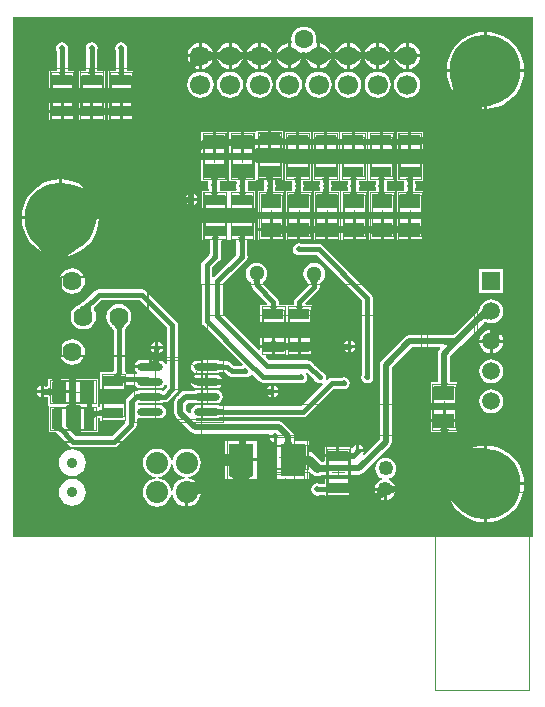
<source format=gbl>
G04*
G04 #@! TF.GenerationSoftware,Altium Limited,Altium Designer,19.1.8 (144)*
G04*
G04 Layer_Physical_Order=2*
G04 Layer_Color=16711680*
%FSLAX44Y44*%
%MOMM*%
G71*
G01*
G75*
%ADD10C,0.2000*%
%ADD14C,0.1000*%
%ADD17R,0.6187X3.9500*%
%ADD18C,0.0500*%
%ADD21R,1.3000X1.7000*%
%ADD22R,1.7000X0.9500*%
%ADD40C,0.4000*%
%ADD41C,0.5000*%
%ADD42C,6.0000*%
%ADD43C,1.6200*%
%ADD44R,1.5200X1.5200*%
%ADD45C,1.5200*%
%ADD46C,1.6000*%
%ADD47C,1.7000*%
%ADD48C,1.3000*%
%ADD49C,1.2500*%
%ADD50C,0.8750*%
%ADD51C,1.8750*%
%ADD52C,0.5000*%
%ADD53R,1.7000X1.3000*%
%ADD54R,0.9500X1.7000*%
%ADD55O,2.2000X0.6000*%
%ADD56R,2.1590X2.7430*%
%ADD57C,0.8000*%
%ADD58C,1.0000*%
G36*
X674000Y229000D02*
X234000D01*
Y669000D01*
X674000D01*
Y229000D01*
D02*
G37*
%LPC*%
G36*
X480250Y660781D02*
X477499Y660419D01*
X474935Y659357D01*
X472733Y657667D01*
X471043Y655465D01*
X469981Y652902D01*
X469619Y650150D01*
X469932Y647775D01*
X469084Y646605D01*
X469020Y646614D01*
Y637420D01*
X473463D01*
Y641750D01*
X474077Y641161D01*
X474703Y640634D01*
X475341Y640169D01*
X475991Y639766D01*
X476654Y639425D01*
X477329Y639146D01*
X478016Y638929D01*
X478313Y638863D01*
X478916Y639695D01*
X480250Y639519D01*
X481584Y639695D01*
X482187Y638863D01*
X482484Y638929D01*
X483171Y639146D01*
X483846Y639425D01*
X484509Y639766D01*
X485159Y640169D01*
X485797Y640634D01*
X486423Y641161D01*
X487037Y641750D01*
Y637420D01*
X491480D01*
Y646614D01*
X491416Y646605D01*
X490568Y647775D01*
X490881Y650150D01*
X490519Y652902D01*
X489457Y655465D01*
X487767Y657667D01*
X485565Y659357D01*
X483001Y660419D01*
X480250Y660781D01*
D02*
G37*
G36*
X444020Y647118D02*
Y637420D01*
X448820D01*
Y642100D01*
X449500Y641444D01*
X450188Y640858D01*
X450884Y640340D01*
X451588Y639892D01*
X452299Y639512D01*
X453019Y639202D01*
X453502Y639041D01*
X452393Y641718D01*
X450624Y644024D01*
X448318Y645793D01*
X445632Y646906D01*
X444020Y647118D01*
D02*
G37*
G36*
X419020D02*
Y637420D01*
X423820D01*
Y642100D01*
X424500Y641444D01*
X425188Y640858D01*
X425884Y640340D01*
X426588Y639892D01*
X427299Y639512D01*
X428019Y639202D01*
X428502Y639041D01*
X427393Y641718D01*
X425624Y644024D01*
X423318Y645793D01*
X420632Y646906D01*
X419020Y647118D01*
D02*
G37*
G36*
X394020D02*
Y637420D01*
X398820D01*
Y642100D01*
X399500Y641444D01*
X400188Y640858D01*
X400884Y640340D01*
X401588Y639892D01*
X402299Y639512D01*
X403019Y639202D01*
X403502Y639041D01*
X402393Y641718D01*
X400624Y644024D01*
X398318Y645793D01*
X395632Y646906D01*
X394020Y647118D01*
D02*
G37*
G36*
X544020D02*
Y637420D01*
X548820D01*
Y642100D01*
X549500Y641444D01*
X550188Y640858D01*
X550884Y640340D01*
X551588Y639892D01*
X552299Y639512D01*
X553019Y639202D01*
X553502Y639041D01*
X552393Y641718D01*
X550624Y644024D01*
X548318Y645793D01*
X545632Y646906D01*
X544020Y647118D01*
D02*
G37*
G36*
X519020D02*
Y637420D01*
X523820D01*
Y642100D01*
X524500Y641444D01*
X525188Y640858D01*
X525884Y640340D01*
X526588Y639892D01*
X527299Y639512D01*
X528019Y639202D01*
X528502Y639041D01*
X527393Y641718D01*
X525624Y644024D01*
X523318Y645793D01*
X520632Y646906D01*
X519020Y647118D01*
D02*
G37*
G36*
X494020Y646614D02*
Y637420D01*
X498463D01*
Y641750D01*
X499077Y641161D01*
X499703Y640634D01*
X500341Y640169D01*
X500991Y639766D01*
X501654Y639425D01*
X502329Y639146D01*
X503006Y638932D01*
X501957Y641466D01*
X500267Y643667D01*
X498065Y645357D01*
X495501Y646419D01*
X494020Y646614D01*
D02*
G37*
G36*
X569020Y647118D02*
Y637420D01*
X578718D01*
X578506Y639032D01*
X577393Y641718D01*
X575624Y644024D01*
X573318Y645793D01*
X570632Y646906D01*
X569020Y647118D01*
D02*
G37*
G36*
X566480D02*
X564868Y646906D01*
X562182Y645793D01*
X559876Y644024D01*
X558107Y641718D01*
X556998Y639041D01*
X557481Y639202D01*
X558200Y639512D01*
X558912Y639892D01*
X559616Y640340D01*
X560312Y640858D01*
X560999Y641444D01*
X561680Y642100D01*
Y637420D01*
X566480D01*
Y647118D01*
D02*
G37*
G36*
X541480D02*
X539868Y646906D01*
X537182Y645793D01*
X534876Y644024D01*
X533107Y641718D01*
X531998Y639041D01*
X532481Y639202D01*
X533200Y639512D01*
X533912Y639892D01*
X534616Y640340D01*
X535312Y640858D01*
X535999Y641444D01*
X536680Y642100D01*
Y637420D01*
X541480D01*
Y647118D01*
D02*
G37*
G36*
X516480D02*
X514868Y646906D01*
X512182Y645793D01*
X509876Y644024D01*
X508107Y641718D01*
X506998Y639041D01*
X507481Y639202D01*
X508200Y639512D01*
X508912Y639892D01*
X509616Y640340D01*
X510312Y640858D01*
X510999Y641444D01*
X511680Y642100D01*
Y637420D01*
X516480D01*
Y647118D01*
D02*
G37*
G36*
X466480Y646614D02*
X464999Y646419D01*
X462435Y645357D01*
X460233Y643667D01*
X458543Y641466D01*
X457494Y638932D01*
X458171Y639146D01*
X458846Y639425D01*
X459509Y639766D01*
X460159Y640169D01*
X460797Y640634D01*
X461423Y641161D01*
X462037Y641750D01*
Y637420D01*
X466480D01*
Y646614D01*
D02*
G37*
G36*
X441480Y647118D02*
X439868Y646906D01*
X437182Y645793D01*
X434876Y644024D01*
X433107Y641718D01*
X431998Y639041D01*
X432481Y639202D01*
X433200Y639512D01*
X433912Y639892D01*
X434616Y640340D01*
X435312Y640858D01*
X435999Y641444D01*
X436680Y642100D01*
Y637420D01*
X441480D01*
Y647118D01*
D02*
G37*
G36*
X416480D02*
X414868Y646906D01*
X412182Y645793D01*
X409876Y644024D01*
X408106Y641718D01*
X406998Y639041D01*
X407481Y639202D01*
X408200Y639512D01*
X408912Y639892D01*
X409616Y640340D01*
X410312Y640858D01*
X410999Y641444D01*
X411680Y642100D01*
Y637420D01*
X416480D01*
Y647118D01*
D02*
G37*
G36*
X391480D02*
X389868Y646906D01*
X387182Y645793D01*
X384876Y644024D01*
X383106Y641718D01*
X381994Y639032D01*
X381782Y637420D01*
X391480D01*
Y647118D01*
D02*
G37*
G36*
X384214Y634880D02*
X381782D01*
X381994Y633268D01*
X383103Y630592D01*
X383331Y631047D01*
X383620Y631775D01*
X383855Y632547D01*
X384035Y633361D01*
X384161Y634219D01*
X384214Y634880D01*
D02*
G37*
G36*
X491480D02*
X487037D01*
Y630550D01*
X486423Y631139D01*
X485797Y631666D01*
X485159Y632131D01*
X484509Y632534D01*
X483846Y632875D01*
X483171Y633154D01*
X482494Y633368D01*
X483543Y630835D01*
X485233Y628633D01*
X487435Y626943D01*
X489999Y625881D01*
X491480Y625686D01*
Y634880D01*
D02*
G37*
G36*
X466480D02*
X462037D01*
Y630550D01*
X461423Y631139D01*
X460797Y631666D01*
X460159Y632131D01*
X459509Y632534D01*
X458846Y632875D01*
X458171Y633154D01*
X457494Y633368D01*
X458543Y630835D01*
X460233Y628633D01*
X462435Y626943D01*
X464999Y625881D01*
X466480Y625686D01*
Y634880D01*
D02*
G37*
G36*
X566480D02*
X561680D01*
Y630200D01*
X560999Y630855D01*
X560312Y631442D01*
X559616Y631959D01*
X558912Y632408D01*
X558200Y632788D01*
X557481Y633098D01*
X556998Y633259D01*
X558107Y630582D01*
X559876Y628276D01*
X562182Y626507D01*
X564868Y625394D01*
X566480Y625182D01*
Y634880D01*
D02*
G37*
G36*
X541480D02*
X536680D01*
Y630200D01*
X535999Y630855D01*
X535312Y631442D01*
X534616Y631959D01*
X533912Y632408D01*
X533200Y632788D01*
X532481Y633098D01*
X531998Y633259D01*
X533107Y630582D01*
X534876Y628276D01*
X537182Y626507D01*
X539868Y625394D01*
X541480Y625182D01*
Y634880D01*
D02*
G37*
G36*
X516480D02*
X511680D01*
Y630200D01*
X510999Y630855D01*
X510312Y631442D01*
X509616Y631959D01*
X508912Y632408D01*
X508200Y632788D01*
X507481Y633098D01*
X506998Y633259D01*
X508107Y630582D01*
X509876Y628276D01*
X512182Y626507D01*
X514868Y625394D01*
X516480Y625182D01*
Y634880D01*
D02*
G37*
G36*
X441480D02*
X436680D01*
Y630200D01*
X435999Y630855D01*
X435312Y631442D01*
X434616Y631959D01*
X433912Y632408D01*
X433200Y632788D01*
X432481Y633098D01*
X431998Y633259D01*
X433107Y630582D01*
X434876Y628276D01*
X437182Y626507D01*
X439868Y625394D01*
X441480Y625182D01*
Y634880D01*
D02*
G37*
G36*
X416480D02*
X411680D01*
Y630200D01*
X410999Y630855D01*
X410312Y631442D01*
X409616Y631959D01*
X408912Y632408D01*
X408200Y632788D01*
X407481Y633098D01*
X406998Y633259D01*
X408106Y630582D01*
X409876Y628276D01*
X412182Y626507D01*
X414868Y625394D01*
X416480Y625182D01*
Y634880D01*
D02*
G37*
G36*
X391480D02*
X385435D01*
X391480Y628835D01*
Y634880D01*
D02*
G37*
G36*
X498463D02*
X494020D01*
Y625686D01*
X495501Y625881D01*
X498065Y626943D01*
X500267Y628633D01*
X501957Y630835D01*
X503006Y633368D01*
X502329Y633154D01*
X501654Y632875D01*
X500991Y632534D01*
X500341Y632131D01*
X499703Y631666D01*
X499077Y631139D01*
X498463Y630550D01*
Y634880D01*
D02*
G37*
G36*
X473463D02*
X469020D01*
Y625686D01*
X470501Y625881D01*
X473065Y626943D01*
X475267Y628633D01*
X476957Y630835D01*
X478006Y633368D01*
X477329Y633154D01*
X476654Y632875D01*
X475991Y632534D01*
X475341Y632131D01*
X474703Y631666D01*
X474077Y631139D01*
X473463Y630550D01*
Y634880D01*
D02*
G37*
G36*
X635270Y656541D02*
Y625270D01*
X666541D01*
X666239Y629106D01*
X665043Y634086D01*
X663083Y638819D01*
X660407Y643186D01*
X657080Y647080D01*
X653186Y650407D01*
X648819Y653083D01*
X644087Y655043D01*
X639106Y656239D01*
X635270Y656541D01*
D02*
G37*
G36*
X632730D02*
X628894Y656239D01*
X623913Y655043D01*
X619182Y653083D01*
X614814Y650407D01*
X610920Y647080D01*
X607593Y643186D01*
X604917Y638819D01*
X602957Y634086D01*
X601761Y629106D01*
X601459Y625270D01*
X632730D01*
Y656541D01*
D02*
G37*
G36*
X423820Y634880D02*
X419020D01*
Y625182D01*
X420632Y625394D01*
X423318Y626507D01*
X425624Y628276D01*
X427393Y630582D01*
X428502Y633259D01*
X428019Y633098D01*
X427299Y632788D01*
X426588Y632408D01*
X425884Y631959D01*
X425188Y631442D01*
X424500Y630855D01*
X423820Y630200D01*
Y634880D01*
D02*
G37*
G36*
X398820D02*
X394020D01*
Y625182D01*
X395632Y625394D01*
X398318Y626507D01*
X400624Y628276D01*
X402393Y630582D01*
X403502Y633259D01*
X403019Y633098D01*
X402299Y632788D01*
X401588Y632408D01*
X400884Y631959D01*
X400188Y631442D01*
X399500Y630855D01*
X398820Y630200D01*
Y634880D01*
D02*
G37*
G36*
X391480Y627614D02*
X390819Y627561D01*
X389961Y627435D01*
X389146Y627255D01*
X388375Y627020D01*
X387647Y626731D01*
X387192Y626503D01*
X389868Y625394D01*
X391480Y625182D01*
Y627614D01*
D02*
G37*
G36*
X578718Y634880D02*
X569020D01*
Y625182D01*
X570632Y625394D01*
X573318Y626507D01*
X575624Y628276D01*
X577393Y630582D01*
X578506Y633268D01*
X578718Y634880D01*
D02*
G37*
G36*
X548820D02*
X544020D01*
Y625182D01*
X545632Y625394D01*
X548318Y626507D01*
X550624Y628276D01*
X552393Y630582D01*
X553502Y633259D01*
X553019Y633098D01*
X552299Y632788D01*
X551588Y632408D01*
X550884Y631959D01*
X550188Y631442D01*
X549500Y630855D01*
X548820Y630200D01*
Y634880D01*
D02*
G37*
G36*
X523820D02*
X519020D01*
Y625182D01*
X520632Y625394D01*
X523318Y626507D01*
X525624Y628276D01*
X527393Y630582D01*
X528502Y633259D01*
X528019Y633098D01*
X527299Y632788D01*
X526588Y632408D01*
X525884Y631959D01*
X525188Y631442D01*
X524500Y630855D01*
X523820Y630200D01*
Y634880D01*
D02*
G37*
G36*
X448820D02*
X444020D01*
Y625182D01*
X445632Y625394D01*
X448318Y626507D01*
X450624Y628276D01*
X452393Y630582D01*
X453502Y633259D01*
X453019Y633098D01*
X452299Y632788D01*
X451588Y632408D01*
X450884Y631959D01*
X450188Y631442D01*
X449500Y630855D01*
X448820Y630200D01*
Y634880D01*
D02*
G37*
G36*
X325572Y647703D02*
X323605Y647312D01*
X321938Y646198D01*
X320824Y644530D01*
X320433Y642564D01*
X320824Y640598D01*
X320943Y640420D01*
Y623912D01*
X320920Y623657D01*
X320870Y623354D01*
X314532D01*
Y608774D01*
X336612D01*
Y623354D01*
X330273D01*
X330223Y623657D01*
X330201Y623912D01*
Y640420D01*
X330319Y640598D01*
X330710Y642564D01*
X330319Y644530D01*
X329205Y646198D01*
X327538Y647312D01*
X325572Y647703D01*
D02*
G37*
G36*
X300571D02*
X298605Y647312D01*
X296938Y646198D01*
X295824Y644530D01*
X295433Y642564D01*
X295824Y640598D01*
X295943Y640420D01*
Y623912D01*
X295920Y623657D01*
X295870Y623354D01*
X289532D01*
Y608774D01*
X311611D01*
Y623354D01*
X305273D01*
X305223Y623657D01*
X305201Y623912D01*
Y640420D01*
X305319Y640598D01*
X305710Y642564D01*
X305319Y644530D01*
X304205Y646198D01*
X302538Y647312D01*
X300571Y647703D01*
D02*
G37*
G36*
X275571D02*
X273605Y647312D01*
X271938Y646198D01*
X270824Y644530D01*
X270433Y642564D01*
X270824Y640598D01*
X270943Y640420D01*
Y623912D01*
X270920Y623657D01*
X270870Y623354D01*
X264532D01*
Y608774D01*
X286611D01*
Y623354D01*
X280273D01*
X280223Y623657D01*
X280201Y623912D01*
Y640420D01*
X280319Y640598D01*
X280710Y642564D01*
X280319Y644530D01*
X279205Y646198D01*
X277538Y647312D01*
X275571Y647703D01*
D02*
G37*
G36*
X567750Y622785D02*
X564868Y622406D01*
X562182Y621293D01*
X559876Y619524D01*
X558107Y617218D01*
X556994Y614532D01*
X556615Y611650D01*
X556994Y608768D01*
X558107Y606082D01*
X559876Y603776D01*
X562182Y602007D01*
X564868Y600894D01*
X567750Y600515D01*
X570632Y600894D01*
X573318Y602007D01*
X575624Y603776D01*
X577393Y606082D01*
X578506Y608768D01*
X578885Y611650D01*
X578506Y614532D01*
X577393Y617218D01*
X575624Y619524D01*
X573318Y621293D01*
X570632Y622406D01*
X567750Y622785D01*
D02*
G37*
G36*
X542750D02*
X539868Y622406D01*
X537182Y621293D01*
X534876Y619524D01*
X533107Y617218D01*
X531994Y614532D01*
X531615Y611650D01*
X531994Y608768D01*
X533107Y606082D01*
X534876Y603776D01*
X537182Y602007D01*
X539868Y600894D01*
X542750Y600515D01*
X545632Y600894D01*
X548318Y602007D01*
X550624Y603776D01*
X552393Y606082D01*
X553506Y608768D01*
X553885Y611650D01*
X553506Y614532D01*
X552393Y617218D01*
X550624Y619524D01*
X548318Y621293D01*
X545632Y622406D01*
X542750Y622785D01*
D02*
G37*
G36*
X517750D02*
X514868Y622406D01*
X512182Y621293D01*
X509876Y619524D01*
X508107Y617218D01*
X506994Y614532D01*
X506615Y611650D01*
X506994Y608768D01*
X508107Y606082D01*
X509876Y603776D01*
X512182Y602007D01*
X514868Y600894D01*
X517750Y600515D01*
X520632Y600894D01*
X523318Y602007D01*
X525624Y603776D01*
X527393Y606082D01*
X528506Y608768D01*
X528885Y611650D01*
X528506Y614532D01*
X527393Y617218D01*
X525624Y619524D01*
X523318Y621293D01*
X520632Y622406D01*
X517750Y622785D01*
D02*
G37*
G36*
X492750D02*
X489868Y622406D01*
X487182Y621293D01*
X484876Y619524D01*
X483107Y617218D01*
X481994Y614532D01*
X481615Y611650D01*
X481994Y608768D01*
X483107Y606082D01*
X484876Y603776D01*
X487182Y602007D01*
X489868Y600894D01*
X492750Y600515D01*
X495632Y600894D01*
X498318Y602007D01*
X500624Y603776D01*
X502393Y606082D01*
X503506Y608768D01*
X503885Y611650D01*
X503506Y614532D01*
X502393Y617218D01*
X500624Y619524D01*
X498318Y621293D01*
X495632Y622406D01*
X492750Y622785D01*
D02*
G37*
G36*
X467750D02*
X464868Y622406D01*
X462182Y621293D01*
X459876Y619524D01*
X458107Y617218D01*
X456994Y614532D01*
X456615Y611650D01*
X456994Y608768D01*
X458107Y606082D01*
X459876Y603776D01*
X462182Y602007D01*
X464868Y600894D01*
X467750Y600515D01*
X470632Y600894D01*
X473318Y602007D01*
X475624Y603776D01*
X477393Y606082D01*
X478506Y608768D01*
X478885Y611650D01*
X478506Y614532D01*
X477393Y617218D01*
X475624Y619524D01*
X473318Y621293D01*
X470632Y622406D01*
X467750Y622785D01*
D02*
G37*
G36*
X442750D02*
X439868Y622406D01*
X437182Y621293D01*
X434876Y619524D01*
X433107Y617218D01*
X431994Y614532D01*
X431615Y611650D01*
X431994Y608768D01*
X433107Y606082D01*
X434876Y603776D01*
X437182Y602007D01*
X439868Y600894D01*
X442750Y600515D01*
X445632Y600894D01*
X448318Y602007D01*
X450624Y603776D01*
X452393Y606082D01*
X453506Y608768D01*
X453885Y611650D01*
X453506Y614532D01*
X452393Y617218D01*
X450624Y619524D01*
X448318Y621293D01*
X445632Y622406D01*
X442750Y622785D01*
D02*
G37*
G36*
X417750D02*
X414868Y622406D01*
X412182Y621293D01*
X409876Y619524D01*
X408106Y617218D01*
X406994Y614532D01*
X406615Y611650D01*
X406994Y608768D01*
X408106Y606082D01*
X409876Y603776D01*
X412182Y602007D01*
X414868Y600894D01*
X417750Y600515D01*
X420632Y600894D01*
X423318Y602007D01*
X425624Y603776D01*
X427393Y606082D01*
X428506Y608768D01*
X428885Y611650D01*
X428506Y614532D01*
X427393Y617218D01*
X425624Y619524D01*
X423318Y621293D01*
X420632Y622406D01*
X417750Y622785D01*
D02*
G37*
G36*
X392750D02*
X389868Y622406D01*
X387182Y621293D01*
X384876Y619524D01*
X383106Y617218D01*
X381994Y614532D01*
X381615Y611650D01*
X381994Y608768D01*
X383106Y606082D01*
X384876Y603776D01*
X387182Y602007D01*
X389868Y600894D01*
X392750Y600515D01*
X395632Y600894D01*
X398318Y602007D01*
X400624Y603776D01*
X402393Y606082D01*
X403506Y608768D01*
X403885Y611650D01*
X403506Y614532D01*
X402393Y617218D01*
X400624Y619524D01*
X398318Y621293D01*
X395632Y622406D01*
X392750Y622785D01*
D02*
G37*
G36*
X632730Y622730D02*
X601459D01*
X601761Y618894D01*
X602957Y613913D01*
X604917Y609182D01*
X607190Y605473D01*
X606826Y608027D01*
X606038Y612039D01*
X604991Y616355D01*
X632730Y599813D01*
Y622730D01*
D02*
G37*
G36*
X336612Y596354D02*
X326842D01*
Y590334D01*
X334041D01*
Y593784D01*
X334091Y593362D01*
X334241Y592985D01*
X334491Y592652D01*
X334841Y592363D01*
X335291Y592119D01*
X335841Y591919D01*
X336491Y591764D01*
X336612Y591746D01*
Y596354D01*
D02*
G37*
G36*
X311611D02*
X301842D01*
Y590334D01*
X309041D01*
Y593784D01*
X309091Y593362D01*
X309241Y592985D01*
X309491Y592652D01*
X309841Y592363D01*
X310291Y592119D01*
X310841Y591919D01*
X311491Y591764D01*
X311611Y591746D01*
Y596354D01*
D02*
G37*
G36*
X286611D02*
X276842D01*
Y590334D01*
X284041D01*
Y593784D01*
X284091Y593362D01*
X284241Y592985D01*
X284491Y592652D01*
X284841Y592363D01*
X285291Y592119D01*
X285841Y591919D01*
X286491Y591764D01*
X286611Y591746D01*
Y596354D01*
D02*
G37*
G36*
X666541Y622730D02*
X635270D01*
Y598298D01*
X641064Y594843D01*
X635442Y593455D01*
X635270Y593402D01*
Y591459D01*
X639106Y591761D01*
X644087Y592957D01*
X648819Y594917D01*
X653186Y597593D01*
X657080Y600920D01*
X660407Y604814D01*
X663083Y609182D01*
X665043Y613913D01*
X666239Y618894D01*
X666541Y622730D01*
D02*
G37*
G36*
X632730Y592618D02*
X629738Y591695D01*
X632730Y591459D01*
Y592618D01*
D02*
G37*
G36*
X324301Y596354D02*
X314532D01*
Y591746D01*
X314652Y591764D01*
X315302Y591919D01*
X315852Y592119D01*
X316302Y592363D01*
X316652Y592652D01*
X316902Y592985D01*
X317052Y593362D01*
X317102Y593784D01*
Y590334D01*
X324301D01*
Y596354D01*
D02*
G37*
G36*
X299301D02*
X289532D01*
Y591746D01*
X289652Y591764D01*
X290302Y591919D01*
X290852Y592119D01*
X291302Y592363D01*
X291652Y592652D01*
X291902Y592985D01*
X292052Y593362D01*
X292102Y593784D01*
Y590334D01*
X299301D01*
Y596354D01*
D02*
G37*
G36*
X274301D02*
X264532D01*
Y590334D01*
X274301D01*
Y596354D01*
D02*
G37*
G36*
X324301Y587794D02*
X317102D01*
Y584344D01*
X317052Y584766D01*
X316902Y585144D01*
X316652Y585476D01*
X316302Y585765D01*
X315852Y586009D01*
X315302Y586209D01*
X314652Y586364D01*
X314532Y586382D01*
Y581774D01*
X324301D01*
Y587794D01*
D02*
G37*
G36*
X299301D02*
X292102D01*
Y584344D01*
X292052Y584766D01*
X291902Y585144D01*
X291652Y585476D01*
X291302Y585765D01*
X290852Y586009D01*
X290302Y586209D01*
X289652Y586364D01*
X289532Y586382D01*
Y581774D01*
X299301D01*
Y587794D01*
D02*
G37*
G36*
X334041D02*
X326842D01*
Y581774D01*
X336612D01*
Y586382D01*
X336491Y586364D01*
X335841Y586209D01*
X335291Y586009D01*
X334841Y585765D01*
X334491Y585476D01*
X334241Y585144D01*
X334091Y584766D01*
X334041Y584344D01*
Y587794D01*
D02*
G37*
G36*
X309041D02*
X301842D01*
Y581774D01*
X311611D01*
Y586382D01*
X311491Y586364D01*
X310841Y586209D01*
X310291Y586009D01*
X309841Y585765D01*
X309491Y585476D01*
X309241Y585144D01*
X309091Y584766D01*
X309041Y584344D01*
Y587794D01*
D02*
G37*
G36*
X284041D02*
X276842D01*
Y581774D01*
X286611D01*
Y586382D01*
X286491Y586364D01*
X285841Y586209D01*
X285291Y586009D01*
X284841Y585765D01*
X284491Y585476D01*
X284241Y585144D01*
X284091Y584766D01*
X284041Y584344D01*
Y587794D01*
D02*
G37*
G36*
X274301D02*
X264532D01*
Y581774D01*
X274301D01*
Y587794D01*
D02*
G37*
G36*
X581097Y571790D02*
X571327D01*
Y565770D01*
X578527D01*
Y569220D01*
X578577Y568798D01*
X578727Y568420D01*
X578977Y568088D01*
X579327Y567799D01*
X579777Y567555D01*
X580327Y567355D01*
X580977Y567200D01*
X581053Y567188D01*
X581097Y567197D01*
Y571790D01*
D02*
G37*
G36*
X462383Y572691D02*
X452613D01*
Y566671D01*
X459787D01*
X459782Y568000D01*
X459834Y567525D01*
X459986Y567100D01*
X460239Y566725D01*
X460297Y566671D01*
X462383D01*
Y572691D01*
D02*
G37*
G36*
X568787Y571790D02*
X559017D01*
Y565770D01*
X559317D01*
X559803Y565900D01*
X560356Y566125D01*
X560809Y566400D01*
X561161Y566725D01*
X561414Y567100D01*
X561566Y567525D01*
X561618Y568000D01*
X561610Y565770D01*
X568787D01*
Y571790D01*
D02*
G37*
G36*
X556954Y571790D02*
X547184D01*
Y565770D01*
X554361D01*
X554353Y568000D01*
X554405Y567525D01*
X554557Y567100D01*
X554810Y566725D01*
X555163Y566400D01*
X555616Y566125D01*
X556169Y565900D01*
X556654Y565770D01*
X556954D01*
Y571790D01*
D02*
G37*
G36*
X544644D02*
X534874D01*
Y565770D01*
X535174D01*
X535660Y565900D01*
X536213Y566125D01*
X536666Y566400D01*
X537019Y566725D01*
X537271Y567100D01*
X537423Y567525D01*
X537475Y568000D01*
X537467Y565770D01*
X544644D01*
Y571790D01*
D02*
G37*
G36*
X533311D02*
X523541D01*
Y565770D01*
X530719D01*
X530710Y568000D01*
X530762Y567525D01*
X530915Y567100D01*
X531167Y566725D01*
X531520Y566400D01*
X531973Y566125D01*
X532526Y565900D01*
X533011Y565770D01*
X533311D01*
Y571790D01*
D02*
G37*
G36*
X521001D02*
X511231D01*
Y565770D01*
X511532D01*
X512017Y565900D01*
X512570Y566125D01*
X513023Y566400D01*
X513376Y566725D01*
X513628Y567100D01*
X513780Y567525D01*
X513832Y568000D01*
X513824Y565770D01*
X521001D01*
Y571790D01*
D02*
G37*
G36*
X509669D02*
X499898D01*
Y565770D01*
X507076D01*
X507067Y568000D01*
X507119Y567525D01*
X507272Y567100D01*
X507524Y566725D01*
X507877Y566400D01*
X508330Y566125D01*
X508883Y565900D01*
X509368Y565770D01*
X509669D01*
Y571790D01*
D02*
G37*
G36*
X497359D02*
X487589D01*
Y565770D01*
X487889D01*
X488374Y565900D01*
X488927Y566125D01*
X489380Y566400D01*
X489733Y566725D01*
X489985Y567100D01*
X490137Y567525D01*
X490190Y568000D01*
X490181Y565770D01*
X497359D01*
Y571790D01*
D02*
G37*
G36*
X486026D02*
X476256D01*
Y565770D01*
X483433D01*
X483425Y568000D01*
X483477Y567525D01*
X483629Y567100D01*
X483881Y566725D01*
X484234Y566400D01*
X484687Y566125D01*
X485240Y565900D01*
X485726Y565770D01*
X486026D01*
Y571790D01*
D02*
G37*
G36*
X473716D02*
X463946D01*
Y565770D01*
X464246D01*
X464731Y565900D01*
X465284Y566125D01*
X465737Y566400D01*
X466090Y566725D01*
X466343Y567100D01*
X466495Y567525D01*
X466547Y568000D01*
X466538Y565770D01*
X473716D01*
Y571790D01*
D02*
G37*
G36*
X415597Y572040D02*
X405827D01*
Y564270D01*
X412996D01*
Y568000D01*
X413046Y567525D01*
X413197Y567100D01*
X413449Y566725D01*
X413801Y566400D01*
X414254Y566125D01*
X414807Y565900D01*
X415461Y565725D01*
X415597Y565702D01*
Y572040D01*
D02*
G37*
G36*
X426930D02*
X417160D01*
Y565702D01*
X417296Y565725D01*
X417950Y565900D01*
X418503Y566125D01*
X418956Y566400D01*
X419308Y566725D01*
X419560Y567100D01*
X419711Y567525D01*
X419761Y568000D01*
Y564270D01*
X426930D01*
Y572040D01*
D02*
G37*
G36*
X403287D02*
X393517D01*
Y564270D01*
X393866D01*
X394178Y564691D01*
X394762Y565582D01*
X395239Y566435D01*
X395610Y567250D01*
X395876Y568027D01*
X396035Y568767D01*
X396088Y569469D01*
Y564270D01*
X403287D01*
Y572040D01*
D02*
G37*
G36*
X568787Y563230D02*
X561600D01*
X561588Y559781D01*
X561538Y559917D01*
X561388Y560039D01*
X561138Y560147D01*
X560788Y560241D01*
X560338Y560320D01*
X559788Y560385D01*
X559017Y560432D01*
Y557210D01*
X568787D01*
Y563230D01*
D02*
G37*
G36*
X544644Y563230D02*
X537458D01*
X537445Y559781D01*
X537395Y559917D01*
X537245Y560039D01*
X536995Y560147D01*
X536645Y560241D01*
X536195Y560320D01*
X535645Y560385D01*
X534874Y560432D01*
Y557210D01*
X544644D01*
Y563230D01*
D02*
G37*
G36*
X521001D02*
X513815D01*
X513802Y559781D01*
X513752Y559917D01*
X513602Y560039D01*
X513352Y560147D01*
X513002Y560241D01*
X512552Y560320D01*
X512002Y560385D01*
X511231Y560432D01*
Y557210D01*
X521001D01*
Y563230D01*
D02*
G37*
G36*
X497359D02*
X490172D01*
X490159Y559781D01*
X490109Y559917D01*
X489959Y560039D01*
X489709Y560147D01*
X489359Y560241D01*
X488909Y560320D01*
X488359Y560385D01*
X487589Y560432D01*
Y557210D01*
X497359D01*
Y563230D01*
D02*
G37*
G36*
X473716D02*
X466529D01*
X466516Y559781D01*
X466466Y559917D01*
X466316Y560039D01*
X466066Y560147D01*
X465716Y560241D01*
X465266Y560320D01*
X464716Y560385D01*
X463946Y560432D01*
Y557210D01*
X473716D01*
Y563230D01*
D02*
G37*
G36*
X459798Y564131D02*
X452613D01*
Y558111D01*
X462383D01*
Y560486D01*
X461516Y560500D01*
Y560620D01*
X459812Y560682D01*
X459798Y564131D01*
D02*
G37*
G36*
X426930Y561730D02*
X419761D01*
Y558000D01*
X419711Y558475D01*
X419560Y558900D01*
X419308Y559275D01*
X418956Y559600D01*
X418503Y559875D01*
X417950Y560100D01*
X417296Y560275D01*
X417160Y560298D01*
Y553960D01*
X426930D01*
Y561730D01*
D02*
G37*
G36*
X578527Y563230D02*
X571327D01*
Y557210D01*
X581097D01*
Y561803D01*
X581053Y561812D01*
X580977Y561800D01*
X580327Y561645D01*
X579777Y561445D01*
X579327Y561201D01*
X578977Y560912D01*
X578727Y560579D01*
X578577Y560202D01*
X578527Y559781D01*
Y563230D01*
D02*
G37*
G36*
X554371Y563230D02*
X547184D01*
Y557210D01*
X556954D01*
Y560401D01*
X555634Y560320D01*
X555184Y560241D01*
X554834Y560147D01*
X554584Y560039D01*
X554434Y559917D01*
X554384Y559781D01*
X554371Y563230D01*
D02*
G37*
G36*
X530728D02*
X523541D01*
Y557210D01*
X533311D01*
Y560401D01*
X531991Y560320D01*
X531541Y560241D01*
X531191Y560147D01*
X530941Y560039D01*
X530791Y559917D01*
X530741Y559781D01*
X530728Y563230D01*
D02*
G37*
G36*
X507085D02*
X499898D01*
Y557210D01*
X509669D01*
Y560401D01*
X508348Y560320D01*
X507898Y560241D01*
X507548Y560147D01*
X507298Y560039D01*
X507148Y559917D01*
X507098Y559781D01*
X507085Y563230D01*
D02*
G37*
G36*
X483442D02*
X476256D01*
Y557210D01*
X486026D01*
Y560401D01*
X484705Y560320D01*
X484255Y560241D01*
X483905Y560147D01*
X483655Y560039D01*
X483505Y559917D01*
X483455Y559781D01*
X483442Y563230D01*
D02*
G37*
G36*
X403287Y561730D02*
X396088D01*
Y556530D01*
X396052Y556961D01*
X395946Y557272D01*
X395769Y557463D01*
X395522Y557534D01*
X395204Y557485D01*
X394815Y557317D01*
X394355Y557029D01*
X393825Y556621D01*
X393517Y556351D01*
Y553960D01*
X403287D01*
Y561730D01*
D02*
G37*
G36*
X450073Y572691D02*
X440303D01*
Y572540D01*
X439240Y572040D01*
X439033Y572040D01*
X429470D01*
Y563000D01*
Y553960D01*
X439240D01*
Y557611D01*
X440303Y558111D01*
X440510Y558111D01*
X450073D01*
Y565401D01*
Y572691D01*
D02*
G37*
G36*
X412996Y561730D02*
X405827D01*
Y553960D01*
X415597D01*
Y560298D01*
X415461Y560275D01*
X414807Y560100D01*
X414254Y559875D01*
X413801Y559600D01*
X413449Y559275D01*
X413197Y558900D01*
X413046Y558475D01*
X412996Y558000D01*
Y561730D01*
D02*
G37*
G36*
X275341Y531541D02*
Y500270D01*
X298371D01*
X283374Y527521D01*
X295138Y523800D01*
X293257Y525407D01*
X288890Y528083D01*
X284158Y530043D01*
X279178Y531239D01*
X275341Y531541D01*
D02*
G37*
G36*
X439240Y548040D02*
X417160D01*
Y529960D01*
X423057D01*
X423436Y528690D01*
X422952Y527966D01*
X422561Y526000D01*
X422952Y524034D01*
X423571Y523108D01*
Y523030D01*
X422532Y521790D01*
X417367D01*
X416660Y521790D01*
X415390Y521790D01*
X409258D01*
X409208Y522093D01*
X409186Y522348D01*
Y526451D01*
X409196Y526500D01*
X409186Y526549D01*
Y529402D01*
X409208Y529657D01*
X409258Y529960D01*
X415597D01*
Y548040D01*
X393517D01*
Y529960D01*
X398780D01*
X399459Y528690D01*
X399310Y528466D01*
X398918Y526500D01*
X399310Y524534D01*
X399928Y523608D01*
Y522348D01*
X399906Y522093D01*
X399856Y521790D01*
X394017D01*
Y507210D01*
X415390D01*
X416097Y507210D01*
X417367Y507210D01*
X438740D01*
Y521790D01*
X432901D01*
X432851Y522093D01*
X432829Y522348D01*
Y525951D01*
X432839Y526000D01*
X432829Y526049D01*
Y529402D01*
X432851Y529657D01*
X432901Y529960D01*
X439240D01*
Y530611D01*
X440303Y531111D01*
X440510Y531111D01*
X446639D01*
X446692Y530794D01*
X446714Y530545D01*
Y528144D01*
X446595Y527966D01*
X446204Y526000D01*
X446595Y524034D01*
X446714Y523856D01*
Y522598D01*
X446692Y522343D01*
X446641Y522040D01*
X441517D01*
Y503960D01*
X463597D01*
Y522040D01*
X456044D01*
X455994Y522343D01*
X455972Y522598D01*
Y523856D01*
X456090Y524034D01*
X456482Y526000D01*
X456090Y527966D01*
X455972Y528144D01*
Y530545D01*
X455994Y530794D01*
X456047Y531111D01*
X462383D01*
Y545691D01*
X440510D01*
X440303Y545691D01*
X439240Y546191D01*
Y548040D01*
D02*
G37*
G36*
X386330Y519386D02*
Y515770D01*
X389946D01*
X389808Y516466D01*
X388694Y518134D01*
X387026Y519248D01*
X386330Y519386D01*
D02*
G37*
G36*
X383790D02*
X383093Y519248D01*
X381426Y518134D01*
X380312Y516466D01*
X380174Y515770D01*
X383790D01*
Y519386D01*
D02*
G37*
G36*
X389946Y513230D02*
X386330D01*
Y509614D01*
X387026Y509752D01*
X388694Y510866D01*
X389808Y512533D01*
X389946Y513230D01*
D02*
G37*
G36*
X383790D02*
X380174D01*
X380312Y512533D01*
X381426Y510866D01*
X383093Y509752D01*
X383790Y509614D01*
Y513230D01*
D02*
G37*
G36*
X581097Y544790D02*
X559017D01*
Y530210D01*
X565353D01*
X565406Y529893D01*
X565428Y529644D01*
Y528144D01*
X565310Y527966D01*
X564918Y526000D01*
X565310Y524034D01*
X565428Y523856D01*
Y522598D01*
X565406Y522343D01*
X565356Y522040D01*
X559017D01*
Y503960D01*
X581097D01*
Y522040D01*
X574758D01*
X574708Y522343D01*
X574686Y522598D01*
Y523856D01*
X574805Y524034D01*
X575196Y526000D01*
X574805Y527966D01*
X574686Y528144D01*
Y529644D01*
X574708Y529893D01*
X574761Y530210D01*
X581097D01*
Y544790D01*
D02*
G37*
G36*
X556954Y544790D02*
X534874D01*
Y530210D01*
X541211D01*
X541263Y529893D01*
X541285Y529644D01*
Y528144D01*
X541167Y527966D01*
X540775Y526000D01*
X541167Y524034D01*
X541285Y523856D01*
Y522598D01*
X541263Y522343D01*
X541213Y522040D01*
X535517D01*
Y503960D01*
X557597D01*
Y522040D01*
X550616D01*
X550565Y522343D01*
X550543Y522598D01*
Y523856D01*
X550662Y524034D01*
X551053Y526000D01*
X550662Y527966D01*
X550543Y528144D01*
Y529644D01*
X550565Y529893D01*
X550618Y530210D01*
X556954D01*
Y544790D01*
D02*
G37*
G36*
X533311D02*
X511231D01*
Y530210D01*
X517568D01*
X517620Y529893D01*
X517642Y529644D01*
Y528144D01*
X517524Y527966D01*
X517133Y526000D01*
X517524Y524034D01*
X517642Y523856D01*
Y522598D01*
X517620Y522343D01*
X517570Y522040D01*
X512017D01*
Y503960D01*
X534097D01*
Y522040D01*
X526973D01*
X526923Y522343D01*
X526900Y522598D01*
Y523856D01*
X527019Y524034D01*
X527410Y526000D01*
X527019Y527966D01*
X526900Y528144D01*
Y529644D01*
X526922Y529893D01*
X526975Y530210D01*
X533311D01*
Y544790D01*
D02*
G37*
G36*
X509669D02*
X487589D01*
Y530210D01*
X493925D01*
X493978Y529893D01*
X494000Y529644D01*
Y528144D01*
X493881Y527966D01*
X493490Y526000D01*
X493881Y524034D01*
X494000Y523856D01*
Y522598D01*
X493977Y522343D01*
X493927Y522040D01*
X488517D01*
Y503960D01*
X510597D01*
Y522040D01*
X503330D01*
X503280Y522343D01*
X503257Y522598D01*
Y523856D01*
X503376Y524034D01*
X503767Y526000D01*
X503376Y527966D01*
X503257Y528144D01*
Y529644D01*
X503279Y529893D01*
X503332Y530210D01*
X509669D01*
Y544790D01*
D02*
G37*
G36*
X486026D02*
X463946D01*
Y530210D01*
X470282D01*
X470335Y529893D01*
X470357Y529644D01*
Y527930D01*
X470238Y527752D01*
X469847Y525786D01*
X470238Y523819D01*
X470357Y523642D01*
Y522598D01*
X470334Y522343D01*
X470284Y522040D01*
X465017D01*
Y503960D01*
X487097D01*
Y522040D01*
X479687D01*
X479637Y522343D01*
X479615Y522598D01*
Y523642D01*
X479733Y523819D01*
X480124Y525786D01*
X479733Y527752D01*
X479615Y527930D01*
Y529644D01*
X479637Y529893D01*
X479689Y530210D01*
X486026D01*
Y544790D01*
D02*
G37*
G36*
X306530Y501315D02*
X306070Y500270D01*
X306612D01*
X306530Y501315D01*
D02*
G37*
G36*
X272801Y531541D02*
X268965Y531239D01*
X263985Y530043D01*
X259253Y528083D01*
X254886Y525407D01*
X250991Y522080D01*
X247665Y518186D01*
X244988Y513819D01*
X243028Y509086D01*
X241833Y504106D01*
X241531Y500270D01*
X272801D01*
Y531541D01*
D02*
G37*
G36*
X581097Y498040D02*
X571327D01*
Y490270D01*
X578496D01*
Y494000D01*
X578546Y493525D01*
X578697Y493100D01*
X578949Y492725D01*
X579301Y492400D01*
X579754Y492125D01*
X580307Y491900D01*
X580961Y491725D01*
X581097Y491702D01*
Y498040D01*
D02*
G37*
G36*
X534097D02*
X524327D01*
Y490270D01*
X531496D01*
Y494000D01*
X531547Y493525D01*
X531697Y493100D01*
X531949Y492725D01*
X532301Y492400D01*
X532754Y492125D01*
X533307Y491900D01*
X533961Y491725D01*
X534097Y491702D01*
Y498040D01*
D02*
G37*
G36*
X487097D02*
X477327D01*
Y490270D01*
X484496D01*
Y494000D01*
X484547Y493525D01*
X484697Y493100D01*
X484949Y492725D01*
X485301Y492400D01*
X485754Y492125D01*
X486307Y491900D01*
X486961Y491725D01*
X487097Y491702D01*
Y498040D01*
D02*
G37*
G36*
X463597D02*
X453827D01*
Y490270D01*
X460996D01*
Y494000D01*
X461046Y493525D01*
X461197Y493100D01*
X461449Y492725D01*
X461801Y492400D01*
X462254Y492125D01*
X462807Y491900D01*
X463461Y491725D01*
X463597Y491702D01*
Y498040D01*
D02*
G37*
G36*
X557597D02*
X547827D01*
Y490270D01*
X554996D01*
Y494000D01*
X555046Y493525D01*
X555197Y493100D01*
X555449Y492725D01*
X555801Y492400D01*
X556254Y492125D01*
X556807Y491900D01*
X557461Y491725D01*
X557597Y491702D01*
Y498040D01*
D02*
G37*
G36*
X510597D02*
X500827D01*
Y490270D01*
X507996D01*
Y494000D01*
X508046Y493525D01*
X508197Y493100D01*
X508449Y492725D01*
X508801Y492400D01*
X509254Y492125D01*
X509807Y491900D01*
X510461Y491725D01*
X510597Y491702D01*
Y498040D01*
D02*
G37*
G36*
X306612Y497730D02*
X305045D01*
X304221Y495391D01*
X303144Y491597D01*
X299769Y497730D01*
X275341D01*
Y476031D01*
X291029Y474252D01*
X279632Y466870D01*
X284158Y467957D01*
X288890Y469917D01*
X293257Y472593D01*
X297152Y475920D01*
X300478Y479814D01*
X303155Y484182D01*
X305115Y488913D01*
X306310Y493894D01*
X306612Y497730D01*
D02*
G37*
G36*
X568787Y498040D02*
X559017D01*
Y491702D01*
X559153Y491725D01*
X559807Y491900D01*
X560360Y492125D01*
X560813Y492400D01*
X561165Y492725D01*
X561417Y493100D01*
X561568Y493525D01*
X561618Y494000D01*
Y490270D01*
X568787D01*
Y498040D01*
D02*
G37*
G36*
X545287D02*
X535517D01*
Y491702D01*
X535653Y491725D01*
X536307Y491900D01*
X536861Y492125D01*
X537313Y492400D01*
X537665Y492725D01*
X537917Y493100D01*
X538068Y493525D01*
X538118Y494000D01*
Y490270D01*
X545287D01*
Y498040D01*
D02*
G37*
G36*
X521787D02*
X512017D01*
Y491702D01*
X512153Y491725D01*
X512807Y491900D01*
X513360Y492125D01*
X513813Y492400D01*
X514165Y492725D01*
X514417Y493100D01*
X514568Y493525D01*
X514618Y494000D01*
Y490270D01*
X521787D01*
Y498040D01*
D02*
G37*
G36*
X498287D02*
X488517D01*
Y491702D01*
X488653Y491725D01*
X489307Y491900D01*
X489860Y492125D01*
X490313Y492400D01*
X490665Y492725D01*
X490917Y493100D01*
X491068Y493525D01*
X491118Y494000D01*
Y490270D01*
X498287D01*
Y498040D01*
D02*
G37*
G36*
X474787D02*
X465017D01*
Y491702D01*
X465153Y491725D01*
X465807Y491900D01*
X466361Y492125D01*
X466813Y492400D01*
X467165Y492725D01*
X467417Y493100D01*
X467568Y493525D01*
X467618Y494000D01*
Y490270D01*
X474787D01*
Y498040D01*
D02*
G37*
G36*
X451287D02*
X441517D01*
Y490270D01*
X451287D01*
Y498040D01*
D02*
G37*
G36*
X568787Y487730D02*
X561618D01*
Y484000D01*
X561568Y484475D01*
X561417Y484900D01*
X561165Y485275D01*
X560813Y485600D01*
X560360Y485875D01*
X559807Y486100D01*
X559153Y486275D01*
X559017Y486298D01*
Y479960D01*
X568787D01*
Y487730D01*
D02*
G37*
G36*
X545287D02*
X538118D01*
Y484000D01*
X538068Y484475D01*
X537917Y484900D01*
X537665Y485275D01*
X537313Y485600D01*
X536861Y485875D01*
X536307Y486100D01*
X535653Y486275D01*
X535517Y486298D01*
Y479960D01*
X545287D01*
Y487730D01*
D02*
G37*
G36*
X521787D02*
X514618D01*
Y484000D01*
X514568Y484475D01*
X514417Y484900D01*
X514165Y485275D01*
X513813Y485600D01*
X513360Y485875D01*
X512807Y486100D01*
X512153Y486275D01*
X512017Y486298D01*
Y479960D01*
X521787D01*
Y487730D01*
D02*
G37*
G36*
X498287D02*
X491118D01*
Y484000D01*
X491068Y484475D01*
X490917Y484900D01*
X490665Y485275D01*
X490313Y485600D01*
X489860Y485875D01*
X489307Y486100D01*
X488653Y486275D01*
X488517Y486298D01*
Y479960D01*
X498287D01*
Y487730D01*
D02*
G37*
G36*
X474787D02*
X467618D01*
Y484000D01*
X467568Y484475D01*
X467417Y484900D01*
X467165Y485275D01*
X466813Y485600D01*
X466361Y485875D01*
X465807Y486100D01*
X465153Y486275D01*
X465017Y486298D01*
Y479960D01*
X474787D01*
Y487730D01*
D02*
G37*
G36*
X578496D02*
X571327D01*
Y479960D01*
X581097D01*
Y486298D01*
X580961Y486275D01*
X580307Y486100D01*
X579754Y485875D01*
X579301Y485600D01*
X578949Y485275D01*
X578697Y484900D01*
X578546Y484475D01*
X578496Y484000D01*
Y487730D01*
D02*
G37*
G36*
X554996D02*
X547827D01*
Y479960D01*
X557597D01*
Y486298D01*
X557461Y486275D01*
X556807Y486100D01*
X556254Y485875D01*
X555801Y485600D01*
X555449Y485275D01*
X555197Y484900D01*
X555046Y484475D01*
X554996Y484000D01*
Y487730D01*
D02*
G37*
G36*
X531496D02*
X524327D01*
Y479960D01*
X534097D01*
Y486298D01*
X533961Y486275D01*
X533307Y486100D01*
X532754Y485875D01*
X532301Y485600D01*
X531949Y485275D01*
X531697Y484900D01*
X531547Y484475D01*
X531496Y484000D01*
Y487730D01*
D02*
G37*
G36*
X507996D02*
X500827D01*
Y479960D01*
X510597D01*
Y486298D01*
X510461Y486275D01*
X509807Y486100D01*
X509254Y485875D01*
X508801Y485600D01*
X508449Y485275D01*
X508197Y484900D01*
X508046Y484475D01*
X507996Y484000D01*
Y487730D01*
D02*
G37*
G36*
X484496D02*
X477327D01*
Y479960D01*
X487097D01*
Y486298D01*
X486961Y486275D01*
X486307Y486100D01*
X485754Y485875D01*
X485301Y485600D01*
X484949Y485275D01*
X484697Y484900D01*
X484547Y484475D01*
X484496Y484000D01*
Y487730D01*
D02*
G37*
G36*
X460996D02*
X453827D01*
Y479960D01*
X463597D01*
Y486298D01*
X463461Y486275D01*
X462807Y486100D01*
X462254Y485875D01*
X461801Y485600D01*
X461449Y485275D01*
X461197Y484900D01*
X461046Y484475D01*
X460996Y484000D01*
Y487730D01*
D02*
G37*
G36*
X451287D02*
X441517D01*
Y479960D01*
X451287D01*
Y487730D01*
D02*
G37*
G36*
X272801Y497730D02*
X241531D01*
X241833Y493894D01*
X243028Y488913D01*
X244988Y484182D01*
X247665Y479814D01*
X250991Y475920D01*
X254886Y472593D01*
X257816Y470798D01*
X257783Y470870D01*
X256275Y473358D01*
X254349Y475960D01*
X252005Y478676D01*
X272801Y476319D01*
Y497730D01*
D02*
G37*
G36*
X649140Y455340D02*
X628860D01*
Y435060D01*
X649140D01*
Y455340D01*
D02*
G37*
G36*
X284172Y456168D02*
X281394Y455802D01*
X278806Y454730D01*
X276583Y453024D01*
X274877Y450802D01*
X273805Y448214D01*
X273440Y445436D01*
X273805Y442658D01*
X274877Y440070D01*
X276583Y437847D01*
X278806Y436142D01*
X281394Y435070D01*
X284172Y434704D01*
X286949Y435070D01*
X289537Y436142D01*
X291760Y437847D01*
X293466Y440070D01*
X294538Y442658D01*
X294903Y445436D01*
X294538Y448214D01*
X293466Y450802D01*
X291760Y453024D01*
X289537Y454730D01*
X286949Y455802D01*
X284172Y456168D01*
D02*
G37*
G36*
X440250Y461061D02*
X437890Y460750D01*
X435691Y459839D01*
X433803Y458390D01*
X432354Y456502D01*
X431443Y454303D01*
X431132Y451943D01*
X431443Y449583D01*
X432354Y447384D01*
X433803Y445495D01*
X434657Y444840D01*
X434694Y444785D01*
X434817Y444703D01*
X434912Y444590D01*
X435114Y444429D01*
X435184Y444358D01*
X435255Y444265D01*
X435330Y444138D01*
X435408Y443966D01*
X435485Y443740D01*
X435555Y443456D01*
X435610Y443113D01*
X435621Y442989D01*
Y442250D01*
X435621Y442250D01*
X435973Y440479D01*
X436977Y438977D01*
X449394Y426560D01*
X448868Y425290D01*
X443388D01*
Y410710D01*
X487540D01*
Y425290D01*
X482061D01*
X481535Y426560D01*
X492273Y437298D01*
X492273Y437298D01*
X493277Y438800D01*
X493629Y440572D01*
Y442124D01*
X493654Y442312D01*
X493731Y442654D01*
X493840Y442996D01*
X493985Y443342D01*
X494169Y443695D01*
X494395Y444058D01*
X494668Y444431D01*
X494991Y444812D01*
X495293Y445127D01*
X495447Y445246D01*
X496896Y447134D01*
X497807Y449333D01*
X498118Y451693D01*
X497807Y454053D01*
X496896Y456252D01*
X495447Y458140D01*
X493559Y459589D01*
X491360Y460500D01*
X489000Y460811D01*
X486640Y460500D01*
X484441Y459589D01*
X482553Y458140D01*
X481104Y456252D01*
X480193Y454053D01*
X479882Y451693D01*
X480193Y449333D01*
X481104Y447134D01*
X482553Y445246D01*
X482707Y445127D01*
X483009Y444813D01*
X483332Y444431D01*
X483605Y444058D01*
X483831Y443695D01*
X484015Y443342D01*
X484160Y442996D01*
X484269Y442654D01*
X484318Y442436D01*
X473227Y431345D01*
X472223Y429843D01*
X471871Y428072D01*
X471871Y428071D01*
Y425856D01*
X471849Y425607D01*
X471796Y425290D01*
X459132D01*
X459080Y425607D01*
X459058Y425856D01*
Y428071D01*
X459058Y428072D01*
X458705Y429843D01*
X457702Y431345D01*
X457702Y431345D01*
X445737Y443309D01*
X445658Y443988D01*
X445797Y444736D01*
X445907Y444889D01*
X446697Y445495D01*
X448146Y447384D01*
X449057Y449583D01*
X449368Y451943D01*
X449057Y454303D01*
X448146Y456502D01*
X446697Y458390D01*
X444809Y459839D01*
X442610Y460750D01*
X440250Y461061D01*
D02*
G37*
G36*
X416660Y494790D02*
X415390Y494790D01*
X394017D01*
Y480210D01*
X400353D01*
X400406Y479893D01*
X400428Y479644D01*
Y468144D01*
X400309Y467966D01*
X400268Y467757D01*
X394577Y462066D01*
X393573Y460564D01*
X393221Y458793D01*
X393221Y458793D01*
Y411936D01*
X393221Y411936D01*
X393573Y410164D01*
X394577Y408663D01*
X427513Y375727D01*
X427513Y375727D01*
X428355Y374885D01*
X427829Y373615D01*
X420932D01*
X418223Y376323D01*
X416721Y377327D01*
X414950Y377679D01*
X414950Y377679D01*
X410574D01*
X410292Y377689D01*
X409368Y377771D01*
X409074Y377815D01*
X408862Y377858D01*
X408776Y377883D01*
X408682Y377921D01*
X408162Y378269D01*
X406000Y378699D01*
X390000D01*
X387838Y378269D01*
X386006Y377044D01*
X384781Y375212D01*
X384352Y373050D01*
X384781Y370888D01*
X386006Y369056D01*
X387838Y367831D01*
X390000Y367402D01*
X406000D01*
X408162Y367831D01*
X408682Y368179D01*
X408776Y368217D01*
X408862Y368242D01*
X408979Y368266D01*
X411095Y368421D01*
X413033D01*
X415741Y365713D01*
X415741Y365713D01*
X417243Y364709D01*
X419014Y364357D01*
X419014Y364357D01*
X428642D01*
X428819Y364238D01*
X430786Y363847D01*
X432752Y364238D01*
X434419Y365352D01*
X435089Y366354D01*
X436645Y366594D01*
X442512Y360727D01*
X442513Y360727D01*
X444014Y359723D01*
X445786Y359371D01*
X476006D01*
X476184Y359252D01*
X478150Y358861D01*
X480117Y359252D01*
X481784Y360366D01*
X482897Y362034D01*
X483289Y364000D01*
X482897Y365966D01*
X482122Y367128D01*
X482520Y368482D01*
X482581Y368552D01*
X482837Y368616D01*
X489211Y362243D01*
X489252Y362034D01*
X490366Y360366D01*
X492034Y359252D01*
X494000Y358861D01*
X495896Y359238D01*
X495975Y359184D01*
X496486Y358032D01*
X478033Y339579D01*
X410574D01*
X410292Y339589D01*
X409368Y339671D01*
X409074Y339715D01*
X408862Y339758D01*
X408776Y339783D01*
X408682Y339821D01*
X408162Y340169D01*
X406000Y340598D01*
X390000D01*
X387838Y340169D01*
X386006Y338944D01*
X384781Y337112D01*
X384352Y334950D01*
X384535Y334029D01*
X383364Y333403D01*
X380710Y336057D01*
Y340872D01*
X382200Y342361D01*
X387058D01*
X388269Y342298D01*
X388463Y342277D01*
X388494Y342272D01*
X388513Y342267D01*
X388535Y342265D01*
X388554Y342255D01*
X388624Y342251D01*
X388641Y342248D01*
X388658Y342249D01*
X388806Y342239D01*
X390000Y342001D01*
X406000D01*
X408162Y342431D01*
X409994Y343656D01*
X411219Y345488D01*
X411648Y347650D01*
X411219Y349812D01*
X409994Y351644D01*
X408162Y352869D01*
X406000Y353298D01*
X390000D01*
X387838Y352869D01*
X387738Y352801D01*
X384193Y352639D01*
X380071D01*
X378105Y352248D01*
X376438Y351134D01*
X371938Y346634D01*
X370824Y344967D01*
X370433Y343000D01*
Y333928D01*
X370824Y331962D01*
X371938Y330295D01*
X384326Y317906D01*
X385993Y316792D01*
X387960Y316401D01*
X450332D01*
X451182Y315270D01*
X456200D01*
Y314000D01*
X457470D01*
Y308414D01*
X457765Y308172D01*
Y277745D01*
X484435D01*
Y283177D01*
X485608Y283663D01*
X487136Y282136D01*
X488502Y281087D01*
X490093Y280428D01*
X491800Y280204D01*
X493507Y280428D01*
X495098Y281087D01*
X495524Y281414D01*
X501744Y281661D01*
X526800D01*
X528767Y282052D01*
X530434Y283166D01*
X553134Y305866D01*
X554248Y307533D01*
X554639Y309500D01*
Y372371D01*
X571514Y389247D01*
X595321D01*
X595807Y388074D01*
X595366Y387634D01*
X594252Y385966D01*
X593861Y384000D01*
Y361354D01*
X593829Y360984D01*
X593741Y360452D01*
X593640Y360076D01*
X593626Y360040D01*
X587960D01*
Y341960D01*
X610040D01*
Y360040D01*
X604374D01*
X604360Y360076D01*
X604259Y360452D01*
X604171Y360984D01*
X604139Y361354D01*
Y381871D01*
X613019Y390752D01*
X632417Y410149D01*
X632615Y410299D01*
X632921Y410480D01*
X633196Y410600D01*
X633447Y410673D01*
X633691Y410710D01*
X633945Y410713D01*
X634229Y410678D01*
X634553Y410596D01*
X635050Y410410D01*
X635253Y410376D01*
X636353Y409921D01*
X639000Y409572D01*
X641647Y409921D01*
X644114Y410943D01*
X646232Y412568D01*
X647857Y414686D01*
X648879Y417153D01*
X649228Y419800D01*
X648879Y422447D01*
X647857Y424914D01*
X646232Y427032D01*
X644114Y428657D01*
X641647Y429679D01*
X639000Y430028D01*
X636353Y429679D01*
X633886Y428657D01*
X631768Y427032D01*
X630143Y424914D01*
X629731Y423920D01*
X629597Y423725D01*
X629307Y423052D01*
X628691Y421796D01*
X628402Y421277D01*
X627724Y420209D01*
X627419Y419787D01*
X626933Y419201D01*
X609338Y401605D01*
X608874Y401234D01*
X608264Y400819D01*
X607637Y400463D01*
X606992Y400164D01*
X606325Y399920D01*
X605631Y399728D01*
X604906Y399590D01*
X604315Y399524D01*
X569386D01*
X567419Y399133D01*
X565752Y398019D01*
X545866Y378134D01*
X544752Y376466D01*
X544361Y374500D01*
Y311628D01*
X531286Y298553D01*
X530299Y299362D01*
X530748Y300033D01*
X530886Y300730D01*
X526000D01*
Y302000D01*
X524730D01*
Y306886D01*
X524034Y306748D01*
X522366Y305634D01*
X521310Y304053D01*
X521217Y304040D01*
X520040Y304790D01*
Y304790D01*
X510270D01*
Y297500D01*
X509000D01*
Y296230D01*
X497960D01*
Y293186D01*
X496690Y291998D01*
X495893Y292036D01*
X489264Y298664D01*
X487898Y299713D01*
X486307Y300372D01*
X484600Y300596D01*
X484435D01*
Y310255D01*
X472238D01*
X472223Y310291D01*
X472122Y310667D01*
X472034Y311199D01*
X472002Y311569D01*
Y314000D01*
X471611Y315966D01*
X470497Y317634D01*
X462957Y325174D01*
X461290Y326288D01*
X459323Y326679D01*
X390089D01*
X388453Y328314D01*
X389078Y329485D01*
X390000Y329301D01*
X406000D01*
X408162Y329731D01*
X408682Y330079D01*
X408776Y330117D01*
X408862Y330142D01*
X408979Y330166D01*
X411095Y330321D01*
X479950D01*
X479950Y330321D01*
X481721Y330673D01*
X483223Y331677D01*
X505917Y354371D01*
X511856D01*
X512034Y354252D01*
X514000Y353861D01*
X515966Y354252D01*
X517634Y355366D01*
X518748Y357034D01*
X519139Y359000D01*
X518748Y360966D01*
X517634Y362634D01*
X515966Y363748D01*
X514000Y364139D01*
X512034Y363748D01*
X511856Y363629D01*
X504000D01*
X504000Y363629D01*
X502229Y363277D01*
X500727Y362273D01*
X500727Y362273D01*
X499968Y361514D01*
X498816Y362025D01*
X498762Y362104D01*
X499139Y364000D01*
X498748Y365966D01*
X497634Y367634D01*
X495966Y368748D01*
X495757Y368789D01*
X487423Y377123D01*
X485921Y378127D01*
X484150Y378479D01*
X484150Y378479D01*
X451067D01*
X448010Y381537D01*
X448496Y382710D01*
X453159D01*
Y388730D01*
X443388D01*
Y387817D01*
X442215Y387331D01*
X411772Y417775D01*
Y443526D01*
X429457Y461211D01*
X429666Y461252D01*
X431334Y462366D01*
X432448Y464034D01*
X432839Y466000D01*
X432448Y467966D01*
X432329Y468144D01*
Y479644D01*
X432351Y479893D01*
X432404Y480210D01*
X438740D01*
Y494790D01*
X417367D01*
X416660Y494790D01*
D02*
G37*
G36*
X640270Y404460D02*
Y403704D01*
X640600Y403932D01*
X641015Y404261D01*
X640898Y404378D01*
X640270Y404460D01*
D02*
G37*
G36*
X646801Y400890D02*
X646686Y400198D01*
X646617Y399451D01*
X646600Y398676D01*
X645501Y399775D01*
X645496Y399311D01*
X645571Y398698D01*
X645727Y398074D01*
X645966Y397440D01*
X640270Y399741D01*
Y395670D01*
X649060D01*
X648879Y397047D01*
X647857Y399514D01*
X646801Y400890D01*
D02*
G37*
G36*
X637730Y404460D02*
X636353Y404279D01*
X633886Y403257D01*
X631768Y401632D01*
X630143Y399514D01*
X629121Y397047D01*
X628940Y395670D01*
X637730D01*
Y400767D01*
X636100Y401425D01*
X636831Y401740D01*
X637730Y402200D01*
Y404460D01*
D02*
G37*
G36*
X487540Y397290D02*
X477770D01*
Y391270D01*
X484969D01*
Y394720D01*
X485019Y394298D01*
X485169Y393921D01*
X485420Y393588D01*
X485770Y393299D01*
X486219Y393055D01*
X486769Y392855D01*
X487420Y392700D01*
X487540Y392682D01*
Y397290D01*
D02*
G37*
G36*
X520270Y394886D02*
Y391270D01*
X523886D01*
X523748Y391967D01*
X522634Y393634D01*
X520966Y394748D01*
X520270Y394886D01*
D02*
G37*
G36*
X517730D02*
X517034Y394748D01*
X515366Y393634D01*
X514252Y391967D01*
X514114Y391270D01*
X517730D01*
Y394886D01*
D02*
G37*
G36*
X453159Y397290D02*
X443388D01*
Y391270D01*
X453159D01*
Y397290D01*
D02*
G37*
G36*
X357170Y393886D02*
Y390270D01*
X360786D01*
X360648Y390966D01*
X359534Y392634D01*
X357867Y393748D01*
X357170Y393886D01*
D02*
G37*
G36*
X354630D02*
X353933Y393748D01*
X352266Y392634D01*
X351152Y390966D01*
X351014Y390270D01*
X354630D01*
Y393886D01*
D02*
G37*
G36*
X523886Y388730D02*
X520270D01*
Y385114D01*
X520966Y385252D01*
X522634Y386366D01*
X523748Y388033D01*
X523886Y388730D01*
D02*
G37*
G36*
X517730D02*
X514114D01*
X514252Y388033D01*
X515366Y386366D01*
X517034Y385252D01*
X517730Y385114D01*
Y388730D01*
D02*
G37*
G36*
X649060Y393130D02*
X640270D01*
Y384340D01*
X641647Y384521D01*
X644114Y385543D01*
X646232Y387168D01*
X647857Y389286D01*
X648879Y391753D01*
X649060Y393130D01*
D02*
G37*
G36*
X637730D02*
X628940D01*
X629121Y391753D01*
X630143Y389286D01*
X631768Y387168D01*
X633886Y385543D01*
X636353Y384521D01*
X637730Y384340D01*
Y393130D01*
D02*
G37*
G36*
X360786Y387730D02*
X357170D01*
Y384114D01*
X357867Y384252D01*
X359534Y385366D01*
X360648Y387034D01*
X360786Y387730D01*
D02*
G37*
G36*
X354630D02*
X351014D01*
X351152Y387034D01*
X352266Y385366D01*
X353933Y384252D01*
X354630Y384114D01*
Y387730D01*
D02*
G37*
G36*
X484969Y388730D02*
X477770D01*
Y382710D01*
X487540D01*
Y387318D01*
X487420Y387300D01*
X486769Y387145D01*
X486219Y386945D01*
X485770Y386701D01*
X485420Y386412D01*
X485169Y386079D01*
X485019Y385702D01*
X484969Y385280D01*
Y388730D01*
D02*
G37*
G36*
X475230Y397290D02*
X455699D01*
Y390000D01*
Y382710D01*
X475230D01*
Y390000D01*
Y397290D01*
D02*
G37*
G36*
X352817Y378699D02*
X351270D01*
Y377269D01*
X351450Y377416D01*
X352442Y378330D01*
X352817Y378699D01*
D02*
G37*
G36*
X343443Y438629D02*
X343443Y438629D01*
X306500D01*
X304729Y438277D01*
X303227Y437273D01*
X303227Y437273D01*
X294334Y428380D01*
X293676Y427850D01*
X293251Y427548D01*
X289641Y425430D01*
X288780Y424992D01*
X288757Y424973D01*
X288729Y424965D01*
X288684Y424928D01*
X288206Y424730D01*
X285983Y423024D01*
X284277Y420802D01*
X283205Y418214D01*
X282840Y415436D01*
X283205Y412658D01*
X284277Y410070D01*
X285983Y407847D01*
X288206Y406142D01*
X290794Y405070D01*
X293571Y404704D01*
X296349Y405070D01*
X298937Y406142D01*
X301160Y407847D01*
X302866Y410070D01*
X303938Y412658D01*
X304303Y415436D01*
X303938Y418214D01*
X302866Y420802D01*
X302727Y420983D01*
X302568Y421289D01*
X302393Y421729D01*
X302294Y422100D01*
X302254Y422407D01*
X302257Y422665D01*
X302297Y422897D01*
X302374Y423130D01*
X302503Y423385D01*
X302668Y423622D01*
X308417Y429371D01*
X341525D01*
X364371Y406525D01*
Y375599D01*
X363817Y375412D01*
X363101Y375387D01*
X361994Y377044D01*
X360162Y378269D01*
X358000Y378699D01*
X353245D01*
X356324Y376546D01*
X356234Y376445D01*
X356174Y376355D01*
X356146Y376275D01*
X356149Y376206D01*
X356184Y376147D01*
X356250Y376100D01*
X356347Y376063D01*
X356475Y376036D01*
X356634Y376020D01*
X356825Y376015D01*
X351270D01*
Y373050D01*
X350000D01*
Y371780D01*
X336604D01*
X336781Y370888D01*
X338006Y369056D01*
X338989Y368399D01*
X338604Y367129D01*
X330366D01*
X330255Y367136D01*
X330040Y367160D01*
Y368440D01*
X328629D01*
Y403325D01*
X328680Y403644D01*
X328796Y404092D01*
X328970Y404577D01*
X329206Y405101D01*
X329510Y405660D01*
X329865Y406223D01*
X330874Y407555D01*
X331072Y407780D01*
X331160Y407847D01*
X331358Y408106D01*
X331485Y408250D01*
X331534Y408335D01*
X332866Y410070D01*
X333938Y412658D01*
X334303Y415436D01*
X333938Y418214D01*
X332866Y420802D01*
X331160Y423024D01*
X328937Y424730D01*
X326349Y425802D01*
X323572Y426168D01*
X320794Y425802D01*
X318206Y424730D01*
X315983Y423024D01*
X314277Y420802D01*
X313205Y418214D01*
X312840Y415436D01*
X313205Y412658D01*
X314277Y410070D01*
X315983Y407847D01*
X316413Y407518D01*
X316453Y407462D01*
X317118Y406844D01*
X317655Y406286D01*
X318111Y405748D01*
X318489Y405232D01*
X318793Y404741D01*
X319028Y404276D01*
X319201Y403836D01*
X319317Y403420D01*
X319371Y403100D01*
Y369417D01*
X318907Y368954D01*
X318335Y368440D01*
X307960D01*
Y353860D01*
X330040D01*
Y357798D01*
X330346Y357849D01*
X330600Y357871D01*
X336229D01*
X336659Y357842D01*
X337046Y357792D01*
X338006Y356356D01*
X339838Y355131D01*
X342000Y354701D01*
X358000D01*
X360162Y355131D01*
X361994Y356356D01*
X363101Y358013D01*
X363817Y357988D01*
X364371Y357801D01*
Y355917D01*
X360857Y352404D01*
X360162Y352869D01*
X358000Y353298D01*
X342000D01*
X339838Y352869D01*
X339370Y352556D01*
X339000Y352629D01*
X337229Y352277D01*
X335727Y351273D01*
X335727Y351273D01*
X330727Y346273D01*
X329723Y344771D01*
X329371Y343000D01*
X329371Y343000D01*
Y341440D01*
X307960D01*
Y338630D01*
X307657Y338580D01*
X307402Y338557D01*
X306331D01*
X305862Y339827D01*
X305862Y340040D01*
X305862D01*
X305640Y340811D01*
X305640Y340811D01*
Y362891D01*
X287560D01*
Y340811D01*
X290331D01*
X291282Y340040D01*
Y317960D01*
X305861D01*
Y329300D01*
X307402D01*
X307657Y329277D01*
X307960Y329227D01*
Y326860D01*
X328581D01*
X329044Y325590D01*
X317583Y314129D01*
X286989D01*
X280160Y320957D01*
X279414Y321755D01*
X278898Y322386D01*
X278862Y322437D01*
Y339541D01*
X278862Y340040D01*
X279812Y340811D01*
X281640D01*
Y350581D01*
X272600D01*
Y351851D01*
X271330D01*
Y362891D01*
X263560D01*
Y356210D01*
X262290Y355714D01*
X260966Y356599D01*
X260270Y356737D01*
Y351851D01*
Y346965D01*
X260966Y347103D01*
X262290Y347988D01*
X263560Y347492D01*
X263560Y340811D01*
X264282Y339840D01*
X264282Y339541D01*
Y317960D01*
X269588D01*
X269615Y317948D01*
X269988Y317736D01*
X270416Y317444D01*
X271406Y316619D01*
X281798Y306227D01*
X281798Y306227D01*
X283300Y305223D01*
X285072Y304871D01*
X285072Y304871D01*
X319500D01*
X319500Y304871D01*
X321271Y305223D01*
X322773Y306227D01*
X337273Y320727D01*
X337273Y320727D01*
X338277Y322229D01*
X338629Y324000D01*
Y329079D01*
X339675Y329733D01*
X339899Y329719D01*
X342000Y329301D01*
X358000D01*
X360162Y329731D01*
X361994Y330956D01*
X363219Y332788D01*
X363648Y334950D01*
X363219Y337112D01*
X361994Y338944D01*
X360162Y340169D01*
X358000Y340598D01*
X342000D01*
X340788Y340357D01*
X339400Y341258D01*
X339382Y341380D01*
X340361Y342328D01*
X342000Y342001D01*
X358000D01*
X360162Y342431D01*
X361044Y343021D01*
X362650D01*
X362650Y343021D01*
X364421Y343373D01*
X365923Y344377D01*
X372273Y350727D01*
X372273Y350727D01*
X373277Y352229D01*
X373629Y354000D01*
Y408443D01*
X373629Y408443D01*
X373277Y410214D01*
X372273Y411716D01*
X372273Y411716D01*
X346716Y437273D01*
X345214Y438277D01*
X343443Y438629D01*
D02*
G37*
G36*
X284172Y396168D02*
X281394Y395802D01*
X278806Y394730D01*
X276583Y393024D01*
X274877Y390802D01*
X273805Y388214D01*
X273440Y385436D01*
X273805Y382658D01*
X274877Y380070D01*
X276583Y377847D01*
X278806Y376142D01*
X281394Y375070D01*
X284172Y374704D01*
X286949Y375070D01*
X289537Y376142D01*
X291760Y377847D01*
X293466Y380070D01*
X294538Y382658D01*
X294903Y385436D01*
X294538Y388214D01*
X293466Y390802D01*
X291760Y393024D01*
X289537Y394730D01*
X286949Y395802D01*
X284172Y396168D01*
D02*
G37*
G36*
X348730Y378699D02*
X342000D01*
X339838Y378269D01*
X338006Y377044D01*
X336781Y375212D01*
X336604Y374320D01*
X348730D01*
Y378699D01*
D02*
G37*
G36*
X406000Y365998D02*
X399270D01*
Y361620D01*
X411396D01*
X411219Y362512D01*
X409994Y364344D01*
X408162Y365569D01*
X406000Y365998D01*
D02*
G37*
G36*
X396730D02*
X390000D01*
X387838Y365569D01*
X387051Y365043D01*
X388031Y364220D01*
X388808Y363688D01*
X389522Y363290D01*
X390171Y363026D01*
X390756Y362897D01*
X391277Y362902D01*
X391734Y363041D01*
X392126Y363315D01*
X390333Y361620D01*
X396730D01*
Y365998D01*
D02*
G37*
G36*
X476000Y477417D02*
X474034Y477026D01*
X472366Y475912D01*
X471252Y474245D01*
X470861Y472279D01*
X471252Y470312D01*
X472366Y468645D01*
X474034Y467531D01*
X476000Y467140D01*
X477966Y467531D01*
X478144Y467649D01*
X490804D01*
X529385Y429069D01*
X529371Y429000D01*
Y366144D01*
X529252Y365966D01*
X528861Y364000D01*
X529252Y362034D01*
X530366Y360366D01*
X532034Y359252D01*
X534000Y358861D01*
X535966Y359252D01*
X537634Y360366D01*
X538748Y362034D01*
X539139Y364000D01*
X538748Y365966D01*
X538629Y366144D01*
Y429000D01*
X538430Y430000D01*
X538629Y431000D01*
X538277Y432771D01*
X537273Y434273D01*
X495995Y475552D01*
X494493Y476555D01*
X492721Y476907D01*
X492721Y476907D01*
X478144D01*
X477966Y477026D01*
X476000Y477417D01*
D02*
G37*
G36*
X639000Y379227D02*
X636353Y378879D01*
X633886Y377857D01*
X631768Y376232D01*
X630143Y374114D01*
X629121Y371647D01*
X628773Y369000D01*
X629121Y366353D01*
X630143Y363886D01*
X631768Y361768D01*
X633886Y360143D01*
X636353Y359121D01*
X639000Y358773D01*
X641647Y359121D01*
X644114Y360143D01*
X646232Y361768D01*
X647857Y363886D01*
X648879Y366353D01*
X649228Y369000D01*
X648879Y371647D01*
X647857Y374114D01*
X646232Y376232D01*
X644114Y377857D01*
X641647Y378879D01*
X639000Y379227D01*
D02*
G37*
G36*
X396730Y359080D02*
X387647D01*
X387406Y358852D01*
X387528Y358466D01*
X387499Y358257D01*
X387320Y358227D01*
X386991Y358376D01*
X386511Y358702D01*
X386039Y359080D01*
X384604D01*
X384781Y358188D01*
X386006Y356356D01*
X387838Y355131D01*
X390000Y354701D01*
X396730D01*
Y359080D01*
D02*
G37*
G36*
X411396D02*
X399270D01*
Y354701D01*
X406000D01*
X408162Y355131D01*
X409994Y356356D01*
X411219Y358188D01*
X411396Y359080D01*
D02*
G37*
G36*
X281640Y362891D02*
X273870D01*
Y353121D01*
X281640D01*
Y362891D01*
D02*
G37*
G36*
X454871Y356737D02*
Y353121D01*
X458487D01*
X458349Y353817D01*
X457235Y355485D01*
X455568Y356599D01*
X454871Y356737D01*
D02*
G37*
G36*
X452331D02*
X451635Y356599D01*
X449967Y355485D01*
X448853Y353817D01*
X448715Y353121D01*
X452331D01*
Y356737D01*
D02*
G37*
G36*
X257730D02*
X257034Y356599D01*
X255366Y355485D01*
X254252Y353817D01*
X254114Y353121D01*
X257730D01*
Y356737D01*
D02*
G37*
G36*
X458487Y350581D02*
X454871D01*
Y346965D01*
X455568Y347103D01*
X457235Y348217D01*
X458349Y349884D01*
X458487Y350581D01*
D02*
G37*
G36*
X452331D02*
X448715D01*
X448853Y349884D01*
X449967Y348217D01*
X451635Y347103D01*
X452331Y346965D01*
Y350581D01*
D02*
G37*
G36*
X257730D02*
X254114D01*
X254252Y349884D01*
X255366Y348217D01*
X257034Y347103D01*
X257730Y346965D01*
Y350581D01*
D02*
G37*
G36*
X639000Y353828D02*
X636353Y353479D01*
X633886Y352457D01*
X631768Y350832D01*
X630143Y348714D01*
X629121Y346247D01*
X628773Y343600D01*
X629121Y340953D01*
X630143Y338486D01*
X631768Y336368D01*
X633886Y334743D01*
X636353Y333721D01*
X639000Y333372D01*
X641647Y333721D01*
X644114Y334743D01*
X646232Y336368D01*
X647857Y338486D01*
X648879Y340953D01*
X649228Y343600D01*
X648879Y346247D01*
X647857Y348714D01*
X646232Y350832D01*
X644114Y352457D01*
X641647Y353479D01*
X639000Y353828D01*
D02*
G37*
G36*
X610040Y336040D02*
X600270D01*
Y328270D01*
X610040D01*
Y336040D01*
D02*
G37*
G36*
X597730D02*
X587960D01*
Y328270D01*
X597730D01*
Y336040D01*
D02*
G37*
G36*
X610040Y325730D02*
X600270D01*
Y320531D01*
X604000D01*
X603525Y320480D01*
X603100Y320331D01*
X602725Y320080D01*
X602400Y319730D01*
X602125Y319280D01*
X601900Y318731D01*
X601725Y318081D01*
X601705Y317960D01*
X610040D01*
Y325730D01*
D02*
G37*
G36*
X597730D02*
X587960D01*
Y317960D01*
X596295D01*
X596275Y318081D01*
X596100Y318731D01*
X595875Y319280D01*
X595600Y319730D01*
X595275Y320080D01*
X594900Y320331D01*
X594475Y320480D01*
X594000Y320531D01*
X597730D01*
Y325730D01*
D02*
G37*
G36*
X454930Y312730D02*
X451314D01*
X451452Y312034D01*
X452566Y310366D01*
X454234Y309252D01*
X454930Y309114D01*
Y312730D01*
D02*
G37*
G36*
X632730Y306246D02*
X628894Y305945D01*
X623913Y304749D01*
X622124Y304008D01*
X624139Y303847D01*
X632730Y303719D01*
Y306246D01*
D02*
G37*
G36*
X527270Y306886D02*
Y303270D01*
X530886D01*
X530748Y303967D01*
X529634Y305634D01*
X527966Y306748D01*
X527270Y306886D01*
D02*
G37*
G36*
X507730Y304790D02*
X497960D01*
Y298770D01*
X507730D01*
Y304790D01*
D02*
G37*
G36*
X440235Y310255D02*
X428170D01*
Y295270D01*
X440235D01*
Y310255D01*
D02*
G37*
G36*
X425630D02*
X413565D01*
Y295270D01*
X425630D01*
Y310255D01*
D02*
G37*
G36*
X380900Y303628D02*
X377790Y303218D01*
X374891Y302018D01*
X372402Y300108D01*
X370492Y297619D01*
X369292Y294720D01*
X369040Y292812D01*
X367760D01*
X367508Y294720D01*
X366308Y297619D01*
X364398Y300108D01*
X361909Y302018D01*
X359011Y303218D01*
X355900Y303628D01*
X352790Y303218D01*
X349891Y302018D01*
X347402Y300108D01*
X345492Y297619D01*
X344292Y294720D01*
X343882Y291610D01*
X344292Y288500D01*
X345492Y285601D01*
X347402Y283112D01*
X349891Y281202D01*
X352790Y280002D01*
X354698Y279750D01*
Y278470D01*
X352790Y278218D01*
X349891Y277018D01*
X347402Y275108D01*
X345492Y272619D01*
X344292Y269720D01*
X343882Y266610D01*
X344292Y263500D01*
X345492Y260601D01*
X347402Y258112D01*
X349891Y256202D01*
X352790Y255002D01*
X355900Y254592D01*
X359011Y255002D01*
X361909Y256202D01*
X364398Y258112D01*
X366308Y260601D01*
X367508Y263500D01*
X367760Y265408D01*
X369040D01*
X369292Y263500D01*
X370492Y260601D01*
X372402Y258112D01*
X374891Y256202D01*
X377790Y255002D01*
X379630Y254759D01*
Y266610D01*
X380900D01*
Y267880D01*
X387725D01*
X384061Y275436D01*
X384706Y275253D01*
X385357Y275165D01*
X386016Y275170D01*
X386681Y275269D01*
X387353Y275463D01*
X388032Y275750D01*
X388339Y275921D01*
X386909Y277018D01*
X384011Y278218D01*
X382102Y278470D01*
Y279750D01*
X384011Y280002D01*
X386909Y281202D01*
X389398Y283112D01*
X391308Y285601D01*
X392508Y288500D01*
X392918Y291610D01*
X392508Y294720D01*
X391308Y297619D01*
X389398Y300108D01*
X386909Y302018D01*
X384011Y303218D01*
X380900Y303628D01*
D02*
G37*
G36*
X603602Y285350D02*
X603474Y285040D01*
X603613Y285173D01*
X603602Y285350D01*
D02*
G37*
G36*
X284100Y302997D02*
X281153Y302609D01*
X278406Y301472D01*
X276048Y299662D01*
X274238Y297304D01*
X273101Y294557D01*
X272713Y291610D01*
X273101Y288663D01*
X274238Y285916D01*
X276048Y283558D01*
X278406Y281748D01*
X281153Y280611D01*
X284100Y280223D01*
X287047Y280611D01*
X289794Y281748D01*
X292152Y283558D01*
X293962Y285916D01*
X295099Y288663D01*
X295487Y291610D01*
X295099Y294557D01*
X293962Y297304D01*
X292152Y299662D01*
X289794Y301472D01*
X287047Y302609D01*
X284100Y302997D01*
D02*
G37*
G36*
X440235Y292730D02*
X428170D01*
Y280346D01*
X436900D01*
X435950Y280246D01*
X435100Y279945D01*
X434350Y279443D01*
X433700Y278741D01*
X433150Y277838D01*
X433112Y277745D01*
X440235D01*
Y292730D01*
D02*
G37*
G36*
X425630D02*
X413565D01*
Y277745D01*
X420688D01*
X420650Y277838D01*
X420100Y278741D01*
X419450Y279443D01*
X418700Y279945D01*
X417850Y280246D01*
X416900Y280346D01*
X425630D01*
Y292730D01*
D02*
G37*
G36*
X635270Y306246D02*
Y274976D01*
X666541D01*
X666239Y278812D01*
X665043Y283792D01*
X663083Y288524D01*
X660407Y292892D01*
X657080Y296786D01*
X653186Y300113D01*
X648819Y302789D01*
X644087Y304749D01*
X639106Y305945D01*
X635270Y306246D01*
D02*
G37*
G36*
X632730Y302734D02*
X612079Y282083D01*
X612473Y274976D01*
X632730D01*
Y302734D01*
D02*
G37*
G36*
X520040Y277790D02*
X497960D01*
Y273702D01*
X497653Y273651D01*
X497400Y273629D01*
X493944D01*
X493767Y273748D01*
X491800Y274139D01*
X489833Y273748D01*
X488166Y272634D01*
X487052Y270966D01*
X486661Y269000D01*
X487052Y267034D01*
X488166Y265366D01*
X489833Y264252D01*
X491800Y263861D01*
X493767Y264252D01*
X493944Y264371D01*
X497644D01*
X497796Y264366D01*
X497960Y264349D01*
Y263210D01*
X500425D01*
X500519Y263191D01*
X500619Y263210D01*
X520040D01*
Y277790D01*
D02*
G37*
G36*
X549500Y295666D02*
X547205Y295364D01*
X545067Y294478D01*
X543231Y293069D01*
X541822Y291233D01*
X540936Y289095D01*
X540634Y286800D01*
X540936Y284505D01*
X541822Y282367D01*
X543231Y280531D01*
X545067Y279122D01*
X546108Y278691D01*
Y277316D01*
X544567Y276678D01*
X542731Y275269D01*
X541322Y273433D01*
X540436Y271295D01*
X540301Y270270D01*
X549000D01*
X553400D01*
X553215Y273615D01*
X553615Y273280D01*
X554039Y272985D01*
X554489Y272728D01*
X554963Y272510D01*
X555462Y272331D01*
X555985Y272191D01*
X556533Y272090D01*
X557106Y272028D01*
X557263Y272022D01*
X556678Y273433D01*
X555269Y275269D01*
X553433Y276678D01*
X552392Y277109D01*
Y278484D01*
X553933Y279122D01*
X555769Y280531D01*
X557178Y282367D01*
X558064Y284505D01*
X558366Y286800D01*
X558064Y289095D01*
X557178Y291233D01*
X555769Y293069D01*
X553933Y294478D01*
X551795Y295364D01*
X549500Y295666D01*
D02*
G37*
G36*
X392702Y268251D02*
X392383Y267880D01*
X392751D01*
X392702Y268251D01*
D02*
G37*
G36*
X542633Y267730D02*
X540301D01*
X540436Y266705D01*
X541213Y264829D01*
X541338Y264979D01*
X541673Y265448D01*
X541964Y265923D01*
X542208Y266407D01*
X542408Y266898D01*
X542561Y267396D01*
X542633Y267730D01*
D02*
G37*
G36*
X547730D02*
X543958D01*
X547730Y263958D01*
Y267730D01*
D02*
G37*
G36*
X392751Y265340D02*
X390565D01*
X390267Y264779D01*
X390002Y264195D01*
X389787Y263626D01*
X388956Y265340D01*
X382170D01*
Y254759D01*
X384011Y255002D01*
X386909Y256202D01*
X389398Y258112D01*
X391308Y260601D01*
X392508Y263500D01*
X392751Y265340D01*
D02*
G37*
G36*
X547730Y262633D02*
X547396Y262561D01*
X546898Y262408D01*
X546407Y262208D01*
X545923Y261964D01*
X545448Y261673D01*
X544979Y261338D01*
X544829Y261213D01*
X546705Y260436D01*
X547730Y260301D01*
Y262633D01*
D02*
G37*
G36*
X553540Y267730D02*
X550270D01*
Y260301D01*
X551295Y260436D01*
X553433Y261322D01*
X555269Y262731D01*
X556678Y264567D01*
X557564Y266705D01*
X557591Y266916D01*
X557391Y266886D01*
X556828Y266761D01*
X556295Y266600D01*
X555790Y266403D01*
X555314Y266170D01*
X554867Y265901D01*
X554449Y265596D01*
X554059Y265255D01*
X553698Y264878D01*
X553540Y267730D01*
D02*
G37*
G36*
X284100Y277997D02*
X281153Y277609D01*
X278406Y276472D01*
X276048Y274662D01*
X274238Y272304D01*
X273101Y269557D01*
X272713Y266610D01*
X273101Y263663D01*
X274238Y260916D01*
X276048Y258558D01*
X278406Y256748D01*
X281153Y255611D01*
X284100Y255223D01*
X287047Y255611D01*
X289794Y256748D01*
X292152Y258558D01*
X293962Y260916D01*
X295099Y263663D01*
X295487Y266610D01*
X295099Y269557D01*
X293962Y272304D01*
X292152Y274662D01*
X289794Y276472D01*
X287047Y277609D01*
X284100Y277997D01*
D02*
G37*
G36*
X632730Y272436D02*
X612613D01*
X613769Y251554D01*
X610052Y254868D01*
X604892Y258947D01*
X604917Y258887D01*
X607593Y254520D01*
X610920Y250625D01*
X614814Y247299D01*
X619182Y244623D01*
X623913Y242663D01*
X628894Y241467D01*
X632730Y241165D01*
Y272436D01*
D02*
G37*
G36*
X666541D02*
X635270D01*
Y241165D01*
X639106Y241467D01*
X644087Y242663D01*
X648819Y244623D01*
X653186Y247299D01*
X657080Y250625D01*
X660407Y254520D01*
X663083Y258887D01*
X665043Y263619D01*
X666239Y268600D01*
X666541Y272436D01*
D02*
G37*
%LPD*%
G36*
X327592Y624018D02*
X327651Y623333D01*
X327752Y622728D01*
X327892Y622204D01*
X328072Y621761D01*
X328292Y621398D01*
X328551Y621116D01*
X328852Y620914D01*
X329192Y620793D01*
X329571Y620753D01*
X321572D01*
X321952Y620793D01*
X322291Y620914D01*
X322592Y621116D01*
X322852Y621398D01*
X323072Y621761D01*
X323252Y622204D01*
X323391Y622728D01*
X323492Y623333D01*
X323551Y624018D01*
X323572Y624784D01*
X327571D01*
X327592Y624018D01*
D02*
G37*
G36*
X302591D02*
X302652Y623333D01*
X302752Y622728D01*
X302892Y622204D01*
X303071Y621761D01*
X303291Y621398D01*
X303552Y621116D01*
X303852Y620914D01*
X304191Y620793D01*
X304571Y620753D01*
X296572D01*
X296952Y620793D01*
X297292Y620914D01*
X297591Y621116D01*
X297852Y621398D01*
X298071Y621761D01*
X298251Y622204D01*
X298391Y622728D01*
X298491Y623333D01*
X298552Y624018D01*
X298571Y624784D01*
X302572D01*
X302591Y624018D01*
D02*
G37*
G36*
X277591D02*
X277652Y623333D01*
X277752Y622728D01*
X277892Y622204D01*
X278071Y621761D01*
X278291Y621398D01*
X278552Y621116D01*
X278852Y620914D01*
X279191Y620793D01*
X279571Y620753D01*
X271572D01*
X271952Y620793D01*
X272292Y620914D01*
X272591Y621116D01*
X272852Y621398D01*
X273071Y621761D01*
X273251Y622204D01*
X273391Y622728D01*
X273491Y623333D01*
X273552Y624018D01*
X273571Y624784D01*
X277572D01*
X277591Y624018D01*
D02*
G37*
G36*
X442873Y560682D02*
X441670Y560638D01*
Y560500D01*
X440714Y560475D01*
X439859Y560400D01*
X439104Y560275D01*
X438450Y560100D01*
X437897Y559875D01*
X437444Y559600D01*
X437092Y559275D01*
X436840Y558900D01*
X436689Y558475D01*
X436639Y558000D01*
Y568000D01*
X436689Y567525D01*
X436840Y567100D01*
X437092Y566725D01*
X437444Y566400D01*
X437897Y566125D01*
X438450Y565900D01*
X439104Y565725D01*
X439770Y565615D01*
X440434Y565725D01*
X441088Y565900D01*
X441641Y566125D01*
X442094Y566400D01*
X442447Y566725D01*
X442699Y567100D01*
X442852Y567525D01*
X442904Y568000D01*
X442873Y560682D01*
D02*
G37*
G36*
X454963Y533642D02*
X454623Y533522D01*
X454323Y533322D01*
X454063Y533042D01*
X453843Y532682D01*
X453663Y532242D01*
X453523Y531722D01*
X453423Y531122D01*
X453363Y530442D01*
X453343Y529682D01*
X449343D01*
X449323Y530442D01*
X449263Y531122D01*
X449163Y531722D01*
X449023Y532242D01*
X448843Y532682D01*
X448623Y533042D01*
X448363Y533322D01*
X448063Y533522D01*
X447723Y533642D01*
X447343Y533682D01*
X455343D01*
X454963Y533642D01*
D02*
G37*
G36*
X431820Y532521D02*
X431480Y532400D01*
X431180Y532198D01*
X430920Y531916D01*
X430700Y531553D01*
X430520Y531110D01*
X430380Y530586D01*
X430280Y529981D01*
X430220Y529296D01*
X430200Y528531D01*
X426200D01*
X426180Y529296D01*
X426120Y529981D01*
X426020Y530586D01*
X425880Y531110D01*
X425700Y531553D01*
X425480Y531916D01*
X425220Y532198D01*
X424920Y532400D01*
X424580Y532521D01*
X424200Y532561D01*
X432200D01*
X431820Y532521D01*
D02*
G37*
G36*
X408177D02*
X407837Y532400D01*
X407537Y532198D01*
X407277Y531916D01*
X407057Y531553D01*
X406877Y531110D01*
X406737Y530586D01*
X406637Y529981D01*
X406577Y529296D01*
X406557Y528531D01*
X402557D01*
X402537Y529296D01*
X402477Y529981D01*
X402377Y530586D01*
X402237Y531110D01*
X402057Y531553D01*
X401837Y531916D01*
X401577Y532198D01*
X401277Y532400D01*
X400937Y532521D01*
X400557Y532561D01*
X408557D01*
X408177Y532521D01*
D02*
G37*
G36*
X453363Y522704D02*
X453423Y522019D01*
X453523Y521414D01*
X453663Y520890D01*
X453843Y520447D01*
X454063Y520084D01*
X454323Y519802D01*
X454623Y519600D01*
X454963Y519479D01*
X455343Y519439D01*
X447343D01*
X447723Y519479D01*
X448063Y519600D01*
X448363Y519802D01*
X448623Y520084D01*
X448843Y520447D01*
X449023Y520890D01*
X449163Y521414D01*
X449263Y522019D01*
X449323Y522704D01*
X449343Y523470D01*
X453343D01*
X453363Y522704D01*
D02*
G37*
G36*
X430220Y522454D02*
X430280Y521769D01*
X430380Y521164D01*
X430520Y520640D01*
X430700Y520197D01*
X430920Y519834D01*
X431180Y519552D01*
X431480Y519350D01*
X431820Y519229D01*
X432200Y519189D01*
X424200D01*
X424580Y519229D01*
X424920Y519350D01*
X425220Y519552D01*
X425480Y519834D01*
X425700Y520197D01*
X425880Y520640D01*
X426020Y521164D01*
X426120Y521769D01*
X426180Y522454D01*
X426200Y523219D01*
X430200D01*
X430220Y522454D01*
D02*
G37*
G36*
X406577D02*
X406637Y521769D01*
X406737Y521164D01*
X406877Y520640D01*
X407057Y520197D01*
X407277Y519834D01*
X407537Y519552D01*
X407837Y519350D01*
X408177Y519229D01*
X408557Y519189D01*
X400557D01*
X400937Y519229D01*
X401277Y519350D01*
X401577Y519552D01*
X401837Y519834D01*
X402057Y520197D01*
X402237Y520640D01*
X402377Y521164D01*
X402477Y521769D01*
X402537Y522454D01*
X402557Y523219D01*
X406557D01*
X406577Y522454D01*
D02*
G37*
G36*
X573677Y532741D02*
X573337Y532621D01*
X573037Y532421D01*
X572777Y532141D01*
X572557Y531781D01*
X572377Y531340D01*
X572237Y530821D01*
X572137Y530220D01*
X572077Y529540D01*
X572057Y528781D01*
X568057D01*
X568037Y529540D01*
X567977Y530220D01*
X567877Y530821D01*
X567737Y531340D01*
X567557Y531781D01*
X567337Y532141D01*
X567077Y532421D01*
X566777Y532621D01*
X566437Y532741D01*
X566057Y532780D01*
X574057D01*
X573677Y532741D01*
D02*
G37*
G36*
X572077Y522704D02*
X572137Y522019D01*
X572237Y521414D01*
X572377Y520890D01*
X572557Y520447D01*
X572777Y520084D01*
X573037Y519802D01*
X573337Y519600D01*
X573677Y519479D01*
X574057Y519439D01*
X566057D01*
X566437Y519479D01*
X566777Y519600D01*
X567077Y519802D01*
X567337Y520084D01*
X567557Y520447D01*
X567737Y520890D01*
X567877Y521414D01*
X567977Y522019D01*
X568037Y522704D01*
X568057Y523470D01*
X572057D01*
X572077Y522704D01*
D02*
G37*
G36*
X549534Y532741D02*
X549194Y532621D01*
X548894Y532421D01*
X548634Y532141D01*
X548414Y531781D01*
X548234Y531340D01*
X548094Y530821D01*
X547994Y530220D01*
X547934Y529540D01*
X547914Y528781D01*
X543914D01*
X543894Y529540D01*
X543834Y530220D01*
X543734Y530821D01*
X543594Y531340D01*
X543414Y531781D01*
X543194Y532141D01*
X542934Y532421D01*
X542634Y532621D01*
X542294Y532741D01*
X541914Y532780D01*
X549914D01*
X549534Y532741D01*
D02*
G37*
G36*
X547934Y522704D02*
X547994Y522019D01*
X548094Y521414D01*
X548234Y520890D01*
X548414Y520447D01*
X548634Y520084D01*
X548894Y519802D01*
X549194Y519600D01*
X549534Y519479D01*
X549914Y519439D01*
X541914D01*
X542294Y519479D01*
X542634Y519600D01*
X542934Y519802D01*
X543194Y520084D01*
X543414Y520447D01*
X543594Y520890D01*
X543734Y521414D01*
X543834Y522019D01*
X543894Y522704D01*
X543914Y523470D01*
X547914D01*
X547934Y522704D01*
D02*
G37*
G36*
X525891Y532741D02*
X525551Y532621D01*
X525251Y532421D01*
X524991Y532141D01*
X524771Y531781D01*
X524591Y531340D01*
X524451Y530821D01*
X524351Y530220D01*
X524291Y529540D01*
X524271Y528781D01*
X520271D01*
X520251Y529540D01*
X520191Y530220D01*
X520091Y530821D01*
X519951Y531340D01*
X519771Y531781D01*
X519551Y532141D01*
X519291Y532421D01*
X518991Y532621D01*
X518651Y532741D01*
X518271Y532780D01*
X526271D01*
X525891Y532741D01*
D02*
G37*
G36*
X524291Y522704D02*
X524351Y522019D01*
X524451Y521414D01*
X524591Y520890D01*
X524771Y520447D01*
X524991Y520084D01*
X525251Y519802D01*
X525551Y519600D01*
X525891Y519479D01*
X526271Y519439D01*
X518271D01*
X518651Y519479D01*
X518991Y519600D01*
X519291Y519802D01*
X519551Y520084D01*
X519771Y520447D01*
X519951Y520890D01*
X520091Y521414D01*
X520191Y522019D01*
X520251Y522704D01*
X520271Y523470D01*
X524271D01*
X524291Y522704D01*
D02*
G37*
G36*
X502248Y532741D02*
X501908Y532621D01*
X501609Y532421D01*
X501348Y532141D01*
X501129Y531781D01*
X500948Y531340D01*
X500808Y530821D01*
X500709Y530220D01*
X500648Y529540D01*
X500629Y528781D01*
X496628D01*
X496609Y529540D01*
X496549Y530220D01*
X496449Y530821D01*
X496309Y531340D01*
X496129Y531781D01*
X495909Y532141D01*
X495648Y532421D01*
X495349Y532621D01*
X495009Y532741D01*
X494628Y532780D01*
X502629D01*
X502248Y532741D01*
D02*
G37*
G36*
X500648Y522704D02*
X500709Y522019D01*
X500808Y521414D01*
X500948Y520890D01*
X501129Y520447D01*
X501348Y520084D01*
X501609Y519802D01*
X501908Y519600D01*
X502248Y519479D01*
X502629Y519439D01*
X494628D01*
X495009Y519479D01*
X495349Y519600D01*
X495648Y519802D01*
X495909Y520084D01*
X496129Y520447D01*
X496309Y520890D01*
X496449Y521414D01*
X496549Y522019D01*
X496609Y522704D01*
X496628Y523470D01*
X500629D01*
X500648Y522704D01*
D02*
G37*
G36*
X478606Y532741D02*
X478266Y532621D01*
X477966Y532421D01*
X477706Y532141D01*
X477486Y531781D01*
X477306Y531340D01*
X477166Y530821D01*
X477066Y530220D01*
X477006Y529540D01*
X476986Y528781D01*
X472986D01*
X472966Y529540D01*
X472906Y530220D01*
X472806Y530821D01*
X472666Y531340D01*
X472486Y531781D01*
X472266Y532141D01*
X472006Y532421D01*
X471706Y532621D01*
X471366Y532741D01*
X470986Y532780D01*
X478986D01*
X478606Y532741D01*
D02*
G37*
G36*
X477006Y522704D02*
X477066Y522019D01*
X477166Y521414D01*
X477306Y520890D01*
X477486Y520447D01*
X477706Y520084D01*
X477966Y519802D01*
X478266Y519600D01*
X478606Y519479D01*
X478986Y519439D01*
X470986D01*
X471366Y519479D01*
X471706Y519600D01*
X472006Y519802D01*
X472266Y520084D01*
X472486Y520447D01*
X472666Y520890D01*
X472806Y521414D01*
X472906Y522019D01*
X472966Y522704D01*
X472986Y523470D01*
X476986D01*
X477006Y522704D01*
D02*
G37*
G36*
X443647Y446355D02*
X443354Y446055D01*
X443095Y445717D01*
X442871Y445339D01*
X442681Y444921D01*
X442526Y444465D01*
X442405Y443970D01*
X442319Y443436D01*
X442267Y442863D01*
X442250Y442250D01*
X438250D01*
X438233Y442863D01*
X438181Y443436D01*
X438095Y443970D01*
X437974Y444465D01*
X437819Y444921D01*
X437629Y445339D01*
X437405Y445717D01*
X437146Y446055D01*
X436853Y446355D01*
X436525Y446616D01*
X443975D01*
X443647Y446355D01*
D02*
G37*
G36*
X493065Y446547D02*
X492632Y446033D01*
X492249Y445511D01*
X491918Y444980D01*
X491637Y444440D01*
X491408Y443892D01*
X491230Y443334D01*
X491102Y442768D01*
X491026Y442192D01*
X491000Y441608D01*
X487000D01*
X486974Y442192D01*
X486898Y442768D01*
X486771Y443334D01*
X486592Y443892D01*
X486362Y444440D01*
X486082Y444980D01*
X485751Y445511D01*
X485368Y446033D01*
X484935Y446547D01*
X484450Y447051D01*
X493550D01*
X493065Y446547D01*
D02*
G37*
G36*
X478520Y425960D02*
X478580Y425280D01*
X478680Y424679D01*
X478820Y424160D01*
X479000Y423719D01*
X479220Y423359D01*
X479480Y423079D01*
X479780Y422879D01*
X480120Y422760D01*
X480500Y422719D01*
X472500D01*
X472880Y422760D01*
X473220Y422879D01*
X473520Y423079D01*
X473780Y423359D01*
X474000Y423719D01*
X474180Y424160D01*
X474320Y424679D01*
X474420Y425280D01*
X474480Y425960D01*
X474500Y426720D01*
X478500D01*
X478520Y425960D01*
D02*
G37*
G36*
X456449D02*
X456508Y425280D01*
X456609Y424679D01*
X456749Y424160D01*
X456928Y423719D01*
X457149Y423359D01*
X457408Y423079D01*
X457709Y422879D01*
X458049Y422760D01*
X458428Y422719D01*
X450429D01*
X450808Y422760D01*
X451148Y422879D01*
X451449Y423079D01*
X451708Y423359D01*
X451928Y423719D01*
X452108Y424160D01*
X452248Y424679D01*
X452349Y425280D01*
X452408Y425960D01*
X452429Y426720D01*
X456428D01*
X456449Y425960D01*
D02*
G37*
G36*
X423049Y479893D02*
X423071Y479644D01*
Y468144D01*
X422952Y467966D01*
X422911Y467757D01*
X403870Y448716D01*
X403749Y448535D01*
X402479Y448921D01*
Y456875D01*
X406814Y461211D01*
X407024Y461252D01*
X408691Y462366D01*
X409805Y464034D01*
X410196Y466000D01*
X409805Y467966D01*
X409686Y468144D01*
Y478971D01*
X410722Y480210D01*
X415390D01*
X416097Y480210D01*
X417367Y480210D01*
X422996D01*
X423049Y479893D01*
D02*
G37*
G36*
X431320Y482741D02*
X430980Y482621D01*
X430680Y482421D01*
X430420Y482141D01*
X430200Y481781D01*
X430020Y481340D01*
X429880Y480821D01*
X429780Y480220D01*
X429720Y479540D01*
X429700Y478781D01*
X425700D01*
X425680Y479540D01*
X425620Y480220D01*
X425520Y480821D01*
X425380Y481340D01*
X425200Y481781D01*
X424980Y482141D01*
X424720Y482421D01*
X424420Y482621D01*
X424080Y482741D01*
X423700Y482780D01*
X431700D01*
X431320Y482741D01*
D02*
G37*
G36*
X408677D02*
X408337Y482621D01*
X408037Y482421D01*
X407777Y482141D01*
X407557Y481781D01*
X407377Y481340D01*
X407237Y480821D01*
X407137Y480220D01*
X407077Y479540D01*
X407057Y478781D01*
X403057D01*
X403037Y479540D01*
X402977Y480220D01*
X402877Y480821D01*
X402737Y481340D01*
X402557Y481781D01*
X402337Y482141D01*
X402077Y482421D01*
X401777Y482621D01*
X401437Y482741D01*
X401057Y482780D01*
X409057D01*
X408677Y482741D01*
D02*
G37*
G36*
X635960Y412834D02*
X635326Y413073D01*
X634702Y413229D01*
X634089Y413304D01*
X633485Y413297D01*
X632892Y413209D01*
X632309Y413039D01*
X631736Y412788D01*
X631174Y412455D01*
X630622Y412040D01*
X630080Y411544D01*
X628177Y416712D01*
X628621Y417179D01*
X629468Y418200D01*
X629869Y418755D01*
X630629Y419952D01*
X630987Y420595D01*
X631660Y421969D01*
X631975Y422700D01*
X635960Y412834D01*
D02*
G37*
G36*
X611153Y392618D02*
X599815Y388350D01*
X600437Y389022D01*
X600887Y389623D01*
X601168Y390153D01*
X601278Y390613D01*
X601216Y391002D01*
X600985Y391320D01*
X600582Y391568D01*
X600009Y391744D01*
X599265Y391850D01*
X598350Y391886D01*
X603350Y396886D01*
X604336Y396921D01*
X605292Y397027D01*
X606218Y397204D01*
X607116Y397452D01*
X607984Y397770D01*
X608823Y398159D01*
X609633Y398618D01*
X610413Y399148D01*
X611164Y399749D01*
X611886Y400421D01*
X611153Y392618D01*
D02*
G37*
G36*
X407684Y375531D02*
X407934Y375430D01*
X408247Y375341D01*
X408623Y375264D01*
X409062Y375199D01*
X410131Y375103D01*
X411453Y375056D01*
X412208Y375050D01*
Y371050D01*
X411453Y371044D01*
X408623Y370836D01*
X408247Y370759D01*
X407934Y370670D01*
X407684Y370569D01*
X407498Y370456D01*
Y375644D01*
X407684Y375531D01*
D02*
G37*
G36*
X601525Y361514D02*
X601600Y360658D01*
X601725Y359904D01*
X601900Y359250D01*
X602125Y358697D01*
X602400Y358244D01*
X602725Y357892D01*
X603100Y357640D01*
X603525Y357489D01*
X604000Y357439D01*
X594000D01*
X594475Y357489D01*
X594900Y357640D01*
X595275Y357892D01*
X595600Y358244D01*
X595875Y358697D01*
X596100Y359250D01*
X596275Y359904D01*
X596400Y360658D01*
X596475Y361514D01*
X596500Y362469D01*
X601500D01*
X601525Y361514D01*
D02*
G37*
G36*
X389225Y344757D02*
X389063Y344803D01*
X388814Y344844D01*
X388475Y344881D01*
X386932Y344961D01*
X383638Y345000D01*
X383185Y350000D01*
X388502Y350244D01*
X389225Y344757D01*
D02*
G37*
G36*
X407684Y337431D02*
X407934Y337330D01*
X408247Y337241D01*
X408623Y337164D01*
X409062Y337099D01*
X410131Y337003D01*
X411453Y336956D01*
X412208Y336950D01*
Y332950D01*
X411453Y332944D01*
X408623Y332736D01*
X408247Y332659D01*
X407934Y332570D01*
X407684Y332469D01*
X407498Y332356D01*
Y337544D01*
X407684Y337431D01*
D02*
G37*
G36*
X469388Y311729D02*
X469463Y310874D01*
X469588Y310119D01*
X469763Y309465D01*
X469988Y308912D01*
X470263Y308459D01*
X470588Y308107D01*
X470963Y307855D01*
X471388Y307704D01*
X471863Y307654D01*
X461863D01*
X462338Y307704D01*
X462763Y307855D01*
X463138Y308107D01*
X463463Y308459D01*
X463738Y308912D01*
X463963Y309465D01*
X464138Y310119D01*
X464263Y310874D01*
X464338Y311729D01*
X464363Y312684D01*
X469363D01*
X469388Y311729D01*
D02*
G37*
G36*
X517480Y301240D02*
X517601Y300979D01*
X517804Y300750D01*
X518089Y300551D01*
X518454Y300383D01*
X518901Y300245D01*
X519429Y300138D01*
X520038Y300061D01*
X520728Y300015D01*
X521500Y300000D01*
Y295000D01*
X520728Y294985D01*
X519429Y294862D01*
X518901Y294755D01*
X518454Y294617D01*
X518089Y294449D01*
X517804Y294250D01*
X517601Y294021D01*
X517480Y293760D01*
X517439Y293470D01*
Y301530D01*
X517480Y301240D01*
D02*
G37*
G36*
X469001Y299645D02*
X470019Y298773D01*
X470328Y298551D01*
X470622Y298364D01*
X470902Y298212D01*
X471166Y298094D01*
X471415Y298011D01*
X471649Y297962D01*
X467138Y293451D01*
X467089Y293685D01*
X467006Y293934D01*
X466888Y294198D01*
X466736Y294478D01*
X466549Y294772D01*
X466327Y295081D01*
X465780Y295745D01*
X465455Y296099D01*
X465095Y296469D01*
X468631Y300005D01*
X469001Y299645D01*
D02*
G37*
G36*
X494769Y289568D02*
X495064Y289511D01*
X495512Y289462D01*
X497772Y289353D01*
X502923Y289300D01*
Y284300D01*
X494627Y283970D01*
Y289630D01*
X494769Y289568D01*
D02*
G37*
G36*
X468031Y385280D02*
X467980Y385702D01*
X467831Y386079D01*
X467580Y386412D01*
X467230Y386701D01*
X466781Y386945D01*
X466231Y387145D01*
X465580Y387300D01*
X465464Y387318D01*
X465348Y387300D01*
X464698Y387145D01*
X464148Y386945D01*
X463698Y386701D01*
X463348Y386412D01*
X463098Y386079D01*
X462948Y385702D01*
X462898Y385280D01*
Y394720D01*
X462948Y394298D01*
X463098Y393921D01*
X463348Y393588D01*
X463698Y393299D01*
X464148Y393055D01*
X464698Y392855D01*
X465348Y392700D01*
X465464Y392683D01*
X465580Y392700D01*
X466231Y392855D01*
X466781Y393055D01*
X467230Y393299D01*
X467580Y393588D01*
X467831Y393921D01*
X467980Y394298D01*
X468031Y394720D01*
Y385280D01*
D02*
G37*
G36*
X301157Y425829D02*
X300668Y425282D01*
X300275Y424716D01*
X299978Y424130D01*
X299776Y423526D01*
X299671Y422901D01*
X299661Y422258D01*
X299748Y421595D01*
X299930Y420913D01*
X300209Y420212D01*
X300583Y419491D01*
X289955Y422684D01*
X290884Y423157D01*
X294659Y425372D01*
X295240Y425785D01*
X296229Y426581D01*
X296635Y426964D01*
X301157Y425829D01*
D02*
G37*
G36*
X328867Y409194D02*
X327734Y407699D01*
X327274Y406970D01*
X326885Y406253D01*
X326566Y405548D01*
X326319Y404855D01*
X326142Y404174D01*
X326035Y403505D01*
X326000Y402849D01*
X322000Y402630D01*
X321962Y403308D01*
X321849Y403985D01*
X321659Y404661D01*
X321395Y405336D01*
X321054Y406009D01*
X320638Y406682D01*
X320146Y407353D01*
X319578Y408023D01*
X318934Y408692D01*
X318216Y409360D01*
X329540Y409959D01*
X328867Y409194D01*
D02*
G37*
G36*
X325414Y366086D02*
X325372Y366039D01*
X325344Y365997D01*
X325330Y365960D01*
X325330Y365928D01*
X325345Y365901D01*
X325374Y365878D01*
X325417Y365861D01*
X325474Y365849D01*
X325545Y365841D01*
X325630Y365839D01*
X319109D01*
X319214Y365868D01*
X319368Y365953D01*
X319571Y366096D01*
X319823Y366297D01*
X320875Y367240D01*
X322369Y368698D01*
X325414Y366086D01*
D02*
G37*
G36*
X337477Y364487D02*
X341417Y364186D01*
X341833Y364048D01*
X342022Y363884D01*
X341984Y363696D01*
X341718Y363482D01*
X341225Y363243D01*
X339701Y358519D01*
X339769Y358895D01*
X339718Y359232D01*
X339548Y359529D01*
X339259Y359787D01*
X338851Y360005D01*
X338324Y360183D01*
X337678Y360322D01*
X336912Y360421D01*
X336028Y360480D01*
X335025Y360500D01*
X335924Y364500D01*
X337477Y364487D01*
D02*
G37*
G36*
X327509Y365609D02*
X327630Y365377D01*
X327830Y365171D01*
X328110Y364993D01*
X328470Y364842D01*
X328909Y364719D01*
X329430Y364623D01*
X330029Y364555D01*
X330709Y364514D01*
X331469Y364500D01*
Y360500D01*
X330705Y360480D01*
X330021Y360420D01*
X329417Y360320D01*
X328894Y360180D01*
X328451Y360000D01*
X328088Y359780D01*
X327805Y359520D01*
X327603Y359220D01*
X327481Y358880D01*
X327439Y358500D01*
X327469Y365869D01*
X327509Y365609D01*
D02*
G37*
G36*
X266161Y346851D02*
X266111Y347326D01*
X265960Y347751D01*
X265708Y348126D01*
X265356Y348451D01*
X264903Y348726D01*
X264350Y348951D01*
X263696Y349126D01*
X262941Y349251D01*
X262086Y349326D01*
X261131Y349351D01*
Y354351D01*
X262086Y354376D01*
X262941Y354451D01*
X263696Y354576D01*
X264350Y354751D01*
X264903Y354976D01*
X265356Y355251D01*
X265708Y355576D01*
X265960Y355951D01*
X266111Y356376D01*
X266161Y356851D01*
Y346851D01*
D02*
G37*
G36*
X302192Y343372D02*
X301852Y343251D01*
X301551Y343049D01*
X301292Y342767D01*
X301071Y342404D01*
X300891Y341961D01*
X300751Y341437D01*
X300651Y340832D01*
X300616Y340425D01*
X300651Y340019D01*
X300751Y339414D01*
X300891Y338890D01*
X301071Y338447D01*
X301292Y338084D01*
X301551Y337802D01*
X301852Y337600D01*
X302192Y337479D01*
X302572Y337439D01*
X294571D01*
X294952Y337479D01*
X295292Y337600D01*
X295592Y337802D01*
X295852Y338084D01*
X296071Y338447D01*
X296252Y338890D01*
X296392Y339414D01*
X296492Y340019D01*
X296527Y340425D01*
X296492Y340832D01*
X296392Y341437D01*
X296252Y341961D01*
X296071Y342404D01*
X295852Y342767D01*
X295592Y343049D01*
X295292Y343251D01*
X294952Y343372D01*
X294571Y343412D01*
X302572D01*
X302192Y343372D01*
D02*
G37*
G36*
X310561Y329929D02*
X310521Y330308D01*
X310400Y330648D01*
X310198Y330948D01*
X309916Y331208D01*
X309553Y331428D01*
X309110Y331609D01*
X308586Y331749D01*
X307981Y331848D01*
X307296Y331908D01*
X306530Y331928D01*
Y335928D01*
X307296Y335948D01*
X307981Y336008D01*
X308586Y336109D01*
X309110Y336249D01*
X309553Y336428D01*
X309916Y336648D01*
X310198Y336908D01*
X310400Y337209D01*
X310521Y337548D01*
X310561Y337929D01*
Y329929D01*
D02*
G37*
G36*
X275937Y323730D02*
X275748Y323442D01*
X275695Y323076D01*
X275778Y322629D01*
X275996Y322103D01*
X276350Y321498D01*
X276839Y320813D01*
X277464Y320048D01*
X279119Y318281D01*
X274041Y317702D01*
X273319Y318396D01*
X271979Y319513D01*
X271361Y319935D01*
X270778Y320266D01*
X270229Y320507D01*
X269716Y320656D01*
X269237Y320715D01*
X268793Y320684D01*
X268384Y320561D01*
X276261Y323937D01*
X275937Y323730D01*
D02*
G37*
G36*
X369292Y288500D02*
X370492Y285601D01*
X372402Y283112D01*
X374891Y281202D01*
X377790Y280002D01*
X379698Y279750D01*
Y278470D01*
X377790Y278218D01*
X374891Y277018D01*
X372402Y275108D01*
X370492Y272619D01*
X369292Y269720D01*
X369040Y267812D01*
X367760D01*
X367508Y269720D01*
X366308Y272619D01*
X364398Y275108D01*
X361909Y277018D01*
X359011Y278218D01*
X357102Y278470D01*
Y279750D01*
X359011Y280002D01*
X361909Y281202D01*
X364398Y283112D01*
X366308Y285601D01*
X367508Y288500D01*
X367760Y290408D01*
X369040D01*
X369292Y288500D01*
D02*
G37*
G36*
X500531Y265781D02*
X500490Y266012D01*
X500370Y266220D01*
X500171Y266402D01*
X499891Y266561D01*
X499530Y266695D01*
X499090Y266805D01*
X498571Y266890D01*
X497971Y266951D01*
X496530Y267000D01*
Y271000D01*
X497295Y271020D01*
X497979Y271080D01*
X498582Y271180D01*
X499106Y271320D01*
X499549Y271500D01*
X499912Y271720D01*
X500195Y271980D01*
X500397Y272280D01*
X500519Y272620D01*
X500561Y273000D01*
X500531Y265781D01*
D02*
G37*
D10*
X249000Y249410D02*
Y308810D01*
X333500D01*
Y249410D01*
X249000D01*
X348271Y382186D02*
Y448686D01*
X274571D01*
Y382186D01*
X348271D01*
D14*
X285072Y324000D02*
Y334000D01*
X284600Y346851D02*
Y356851D01*
X301600Y360851D02*
X267600D01*
Y342851D01*
X301600D01*
Y360851D01*
X289600Y351851D02*
X279600D01*
X301821Y337750D02*
X268321D01*
Y320250D01*
X301821D01*
Y337750D01*
X290072Y329000D02*
X280072D01*
X310250Y330900D02*
Y364400D01*
X327750D01*
Y330900D01*
X310250D01*
X314000Y347650D02*
X324000D01*
X319000Y342650D02*
Y352650D01*
X354000Y329000D02*
X394000D01*
Y379000D01*
X354000D01*
Y329000D01*
X374000Y349000D02*
Y359000D01*
X369000Y354000D02*
X379000D01*
X398500Y341000D02*
Y417000D01*
X579500D01*
Y341000D01*
X398500D01*
X426000Y313750D02*
X472000D01*
Y274250D01*
X426000D01*
Y313750D01*
X444000Y294000D02*
X454000D01*
X449000Y299000D02*
Y289000D01*
X447000Y287610D02*
X481000D01*
Y305610D01*
X447000D01*
Y287610D01*
X448500Y282250D02*
X480500D01*
Y276250D01*
D02*
G03*
X480500Y271750I0J-2250D01*
G01*
Y271752D02*
Y265752D01*
X448500D01*
X448502D02*
Y271752D01*
Y271750D02*
G03*
X448502Y276250I0J2250D01*
G01*
Y282250D01*
X459500Y274000D02*
X469500D01*
X464500Y269000D02*
Y279000D01*
X500500Y268000D02*
X517500D01*
Y300000D01*
X500500D01*
Y268000D01*
X500250Y267250D02*
Y300750D01*
X517750D01*
Y267250D01*
X500250D01*
X499000Y261000D02*
X519000D01*
Y307000D01*
X499000D01*
Y261000D01*
X509000Y279000D02*
Y289000D01*
Y289000D02*
Y279000D01*
X514000Y284000D02*
X504000D01*
X514000D01*
X464000Y291610D02*
Y301610D01*
X459000Y296610D02*
X469000D01*
X484000Y379000D02*
X494000D01*
X489000Y374000D02*
Y384000D01*
X485500Y387000D02*
Y421000D01*
X467500D01*
Y387000D01*
X485500D01*
X476500Y409000D02*
Y399000D01*
X481500Y404000D02*
X471500D01*
X459428D02*
X449428D01*
X454428Y399000D02*
Y409000D01*
X445429Y421000D02*
X463428D01*
Y387000D01*
X445429D01*
Y421000D01*
X390000Y370000D02*
G03*
X390000Y370000I-5000J0D01*
G01*
X508557Y484000D02*
Y518000D01*
X490557D01*
Y484000D01*
X508557D01*
X514057D02*
Y518000D01*
X532057D01*
Y484000D01*
X514057D01*
X518057Y501000D02*
X528057D01*
X523057Y496000D02*
Y506000D01*
X541557Y501000D02*
X551557D01*
X546557Y496000D02*
Y506000D01*
X537557Y484000D02*
Y518000D01*
X555557D01*
Y484000D01*
X537557D01*
X561057D02*
Y518000D01*
X579057D01*
Y484000D01*
X561057D01*
X565057Y501000D02*
X575057D01*
X570057Y496000D02*
Y506000D01*
X626554Y459799D02*
X651447Y459798D01*
X651446D02*
Y328999D01*
X626554D01*
Y459799D01*
X575500Y408000D02*
G03*
X575500Y408000I-5000J0D01*
G01*
X590000Y356000D02*
X608000D01*
Y322000D01*
X590000D01*
Y356000D01*
X594000Y339000D02*
X604000D01*
X599000Y334000D02*
Y344000D01*
X591690Y266500D02*
X671090D01*
Y99600D01*
X591690D01*
Y266500D01*
X504557Y501000D02*
X494557D01*
X499557Y496000D02*
Y506000D01*
X485057Y484000D02*
Y518000D01*
X467057D01*
Y484000D01*
X485057D01*
X461557Y518000D02*
Y484000D01*
X443557D01*
Y518000D01*
X461557D01*
X457557Y501000D02*
X447557D01*
X452557Y496000D02*
Y506000D01*
X432700Y501000D02*
X422700D01*
X432700D01*
X436450Y484250D02*
Y517750D01*
X418950D01*
X436450D01*
Y484250D01*
X418950D01*
Y517750D01*
Y484250D01*
X436450D01*
X471057Y501000D02*
X481057D01*
X476057Y496000D02*
Y506000D01*
X513521Y534250D02*
Y567750D01*
X531021D01*
Y534250D01*
X513521D01*
Y534250D02*
Y567750D01*
X531021D01*
Y534250D01*
X513521D01*
X517271Y551000D02*
X527271D01*
Y551000D02*
X517271D01*
X522271Y556000D02*
Y546000D01*
Y546000D02*
Y556000D01*
X540914Y551000D02*
X550914D01*
Y551000D02*
X540914D01*
X545914Y546000D02*
Y556000D01*
Y556000D02*
Y546000D01*
X537164Y534250D02*
X554664D01*
Y567750D01*
X537164D01*
Y534250D01*
Y534250D02*
Y567750D01*
X554664D01*
Y534250D01*
X537164D01*
X560807D02*
Y567750D01*
X578307D01*
Y534250D01*
X560807D01*
X561307Y534250D02*
X578807D01*
Y567750D01*
X561307D01*
Y534250D01*
X564557Y551000D02*
X574557D01*
X575057Y551000D02*
X565057D01*
X569557Y556000D02*
Y546000D01*
X570057Y546000D02*
Y556000D01*
X507379Y567750D02*
Y534250D01*
X489879D01*
Y567750D01*
X507379D01*
Y567750D02*
Y534250D01*
X489879D01*
Y567750D01*
X507379D01*
X483736D02*
Y534250D01*
X466236D01*
Y567750D01*
X483736D01*
Y567750D02*
Y534250D01*
X466236D01*
Y567750D01*
X483736D01*
X493629Y551000D02*
X503629D01*
Y551000D02*
X493629D01*
X498629Y546000D02*
Y556000D01*
Y556000D02*
Y546000D01*
X460093Y567750D02*
Y534250D01*
X442593D01*
Y567750D01*
X460093D01*
Y568651D02*
Y535151D01*
X442593D01*
Y568651D01*
X460093D01*
X469986Y551000D02*
X479986D01*
Y551000D02*
X469986D01*
X474986Y546000D02*
Y556000D01*
Y556000D02*
Y546000D01*
X437200Y568000D02*
Y534000D01*
X419200D01*
Y568000D01*
X437200D01*
X436450Y567750D02*
Y534250D01*
X418950D01*
Y567750D01*
X436450D01*
X433200Y551000D02*
X423200D01*
X422700D02*
X432700D01*
X446343Y551000D02*
X456343D01*
Y551901D02*
X446343D01*
X451343Y556000D02*
Y546000D01*
Y546901D02*
Y556901D01*
X413557Y568000D02*
Y534000D01*
X395557D01*
Y568000D01*
X413557D01*
X412807Y567750D02*
Y534250D01*
X395307D01*
Y567750D01*
X412807D01*
X409557Y551000D02*
X399557D01*
X399057D02*
X409057D01*
X427700Y546000D02*
Y556000D01*
X428200D02*
Y546000D01*
X413807Y517750D02*
Y484250D01*
X396307D01*
Y517750D01*
X413807D01*
X413307D02*
Y484250D01*
X395807D01*
Y517750D01*
X413307D01*
X410057Y501000D02*
X400057D01*
X399557D02*
X409557D01*
X427700Y496000D02*
Y506000D01*
Y496000D01*
X405057D02*
Y506000D01*
X404557D02*
Y496000D01*
Y546000D02*
Y556000D01*
X404057D02*
Y546000D01*
X334322Y585814D02*
Y619314D01*
X316821D01*
Y585814D01*
X334322D01*
X334072Y586564D02*
Y618564D01*
X317072D01*
Y586564D01*
X334072D01*
X330572Y602564D02*
X320572D01*
X330572D01*
X335572Y579564D02*
Y625564D01*
X315572D01*
Y579564D01*
X335572D01*
X325572Y597564D02*
Y607564D01*
Y597564D01*
X305572Y602564D02*
X295571D01*
X305572D01*
X309072Y586564D02*
Y618564D01*
X292072D01*
Y586564D01*
X309072D01*
X309322Y585814D02*
Y619314D01*
X291821D01*
Y585814D01*
X309322D01*
X310571Y579564D02*
Y625564D01*
X290572D01*
Y579564D01*
X310571D01*
X300571Y597564D02*
Y607564D01*
Y597564D01*
X280571Y602564D02*
X270571D01*
X280571D01*
X284072Y586564D02*
Y618564D01*
X267072D01*
Y586564D01*
X284072D01*
X284322Y585814D02*
Y619314D01*
X266821D01*
Y585814D01*
X284322D01*
X285571Y579564D02*
Y625564D01*
X265572D01*
Y579564D01*
X285571D01*
X275571Y597564D02*
Y607564D01*
Y597564D01*
D17*
X429094Y294000D02*
D03*
D18*
X309500Y328150D02*
Y367150D01*
X328500D01*
Y328150D01*
X309500D01*
X336500Y326500D02*
X411500D01*
Y381500D01*
X336500D01*
Y326500D01*
X393500Y315000D02*
Y443000D01*
X584500D01*
Y315000D01*
X393500D01*
X415105D02*
X482895D01*
Y273000D01*
X415105D01*
Y315000D01*
X444500Y286610D02*
X483500D01*
Y306610D01*
X444500D01*
Y286610D01*
X444500Y284000D02*
X484500D01*
Y264000D01*
X444500D01*
Y284000D01*
X499500Y264500D02*
Y303500D01*
X518500D01*
Y264500D01*
X499500D01*
X589000Y319500D02*
Y358500D01*
X609000D01*
Y319500D01*
X589000D01*
X624300Y326749D02*
Y462049D01*
X653700D01*
Y326749D01*
X624300D01*
X486000Y424000D02*
X467000D01*
Y384000D01*
X486000D01*
Y424000D01*
X463928D02*
X444929D01*
Y384000D01*
X463928D01*
Y424000D01*
X509557Y481500D02*
Y520500D01*
X489557D01*
Y481500D01*
X509557D01*
X513057D02*
Y520500D01*
X533057D01*
Y481500D01*
X513057D01*
X536557D02*
Y520500D01*
X556557D01*
Y481500D01*
X536557D01*
X560057D02*
Y520500D01*
X580057D01*
Y481500D01*
X560057D01*
X560057Y531500D02*
Y570500D01*
X579057D01*
Y531500D01*
X560057D01*
X560557Y531500D02*
X579557D01*
Y570500D01*
X560557D01*
Y531500D01*
X555414Y531500D02*
Y570500D01*
X536414D01*
Y531500D01*
X555414D01*
Y531500D02*
Y570500D01*
X536414D01*
Y531500D01*
X555414D01*
X531771D02*
Y570500D01*
X512771D01*
Y531500D01*
X531771D01*
Y531500D02*
Y570500D01*
X512771D01*
Y531500D01*
X531771D01*
X508129D02*
Y570500D01*
X489128D01*
Y531500D01*
X508129D01*
Y531500D02*
Y570500D01*
X489128D01*
Y531500D01*
X508129D01*
X484486D02*
Y570500D01*
X465486D01*
Y531500D01*
X484486D01*
Y531500D02*
Y570500D01*
X465486D01*
Y531500D01*
X484486D01*
X486057Y520500D02*
Y481500D01*
X466057D01*
Y520500D01*
X486057D01*
X462557D02*
Y481500D01*
X442557D01*
Y520500D01*
X462557D01*
X460843Y531500D02*
Y570500D01*
X441843D01*
Y531500D01*
X460843D01*
Y532401D02*
Y571401D01*
X441843D01*
Y532401D01*
X460843D01*
X438200Y531500D02*
Y570500D01*
X418200D01*
Y531500D01*
X438200D01*
X437200Y531500D02*
Y570500D01*
X418200D01*
Y531500D01*
X437200D01*
Y520500D02*
Y481500D01*
X418200D01*
Y520500D01*
X437200D01*
Y520500D02*
Y481500D01*
X418200D01*
Y520500D01*
X437200D01*
X414557Y520500D02*
Y481500D01*
X395557D01*
Y520500D01*
X414557D01*
X414057Y520500D02*
Y481500D01*
X395057D01*
Y520500D01*
X414057D01*
X414557Y531500D02*
Y570500D01*
X394557D01*
Y531500D01*
X414557D01*
X413557Y531500D02*
Y570500D01*
X394557D01*
Y531500D01*
X413557D01*
X335071Y583064D02*
Y622064D01*
X316072D01*
Y583064D01*
X335071D01*
X310072D02*
Y622064D01*
X291072D01*
Y583064D01*
X310072D01*
X285072D02*
Y622064D01*
X266072D01*
Y583064D01*
X285072D01*
X265100Y361851D02*
X304100D01*
Y341851D01*
X265100D01*
Y361851D01*
X265572Y338500D02*
X304572D01*
Y319500D01*
X265572D01*
Y338500D01*
D21*
X296600Y351851D02*
D03*
X272600D02*
D03*
D22*
X319000Y334150D02*
D03*
Y361150D02*
D03*
X454428Y390000D02*
D03*
X476500D02*
D03*
Y418000D02*
D03*
X454428D02*
D03*
X427700Y487500D02*
D03*
Y514500D02*
D03*
X451343Y538401D02*
D03*
X474986Y537500D02*
D03*
X498629D02*
D03*
X522271D02*
D03*
X545914D02*
D03*
X570057Y537500D02*
D03*
Y564500D02*
D03*
X545914Y564500D02*
D03*
X522271D02*
D03*
X498629D02*
D03*
X474986D02*
D03*
X451343Y565401D02*
D03*
X405057Y514500D02*
D03*
Y487500D02*
D03*
X325572Y589064D02*
D03*
Y616064D02*
D03*
X300571D02*
D03*
Y589064D02*
D03*
X275571Y616064D02*
D03*
Y589064D02*
D03*
X509000Y297500D02*
D03*
Y270500D02*
D03*
D40*
X319500Y309500D02*
X334000Y324000D01*
Y343000D01*
X339000Y348000D01*
X339350Y347650D01*
X350000D01*
X362650D01*
X369000Y354000D01*
Y408443D01*
X343443Y434000D01*
X306500D01*
X294000Y421500D01*
Y417143D01*
X324000D02*
Y367500D01*
X319000Y362500D01*
X347850D01*
X350000Y360350D01*
Y373050D02*
X354910Y377960D01*
Y388661D01*
X355249Y389000D01*
X355900D01*
X398000Y373050D02*
X414950D01*
X419014Y368986D01*
X430786D01*
Y379000D02*
X445786Y364000D01*
X478150D01*
X479950Y334950D02*
X504000Y359000D01*
X514000D01*
X534000Y364000D02*
Y429000D01*
Y431000D02*
X492721Y472279D01*
X476000D01*
X489000Y451693D02*
Y440572D01*
X476500Y428072D01*
Y418000D01*
X440250Y442250D02*
Y451943D01*
Y442250D02*
X454428Y428072D01*
Y418000D01*
Y393572D02*
Y390000D01*
X449150Y373850D02*
X484150D01*
X494000Y364000D01*
X479950Y334950D02*
X398000D01*
X430786Y379000D02*
X397850Y411936D01*
Y458793D01*
X405057Y466000D01*
Y487500D01*
X427700Y466000D02*
Y487500D01*
Y466000D02*
X407143Y445443D01*
Y415857D01*
X449150Y373850D01*
X521500Y297500D02*
X526000Y302000D01*
X509000Y270500D02*
X510500Y269000D01*
X491800D01*
X317428Y333928D02*
X319000Y335500D01*
X317428Y333928D02*
X303500D01*
X298571Y329000D01*
Y349879D01*
X296600Y351851D01*
X285072Y309500D02*
X319500D01*
X285072D02*
X272572Y322000D01*
Y333928D01*
X272600Y351851D02*
Y354000D01*
X264000Y484000D02*
X276536Y496536D01*
X274072Y499000D01*
X404557Y515000D02*
Y526000D01*
Y539000D01*
X404057Y526500D02*
X404557Y526000D01*
Y515000D02*
X405057Y514500D01*
X428200Y514857D02*
Y539000D01*
Y514857D02*
X428557Y514500D01*
X451343Y514214D02*
Y526000D01*
Y538401D01*
Y514214D02*
X452557Y513000D01*
X474986Y514072D02*
Y525786D01*
Y537500D01*
Y514072D02*
X476057Y513000D01*
X498629Y513929D02*
Y526000D01*
Y537500D01*
Y513929D02*
X499557Y513000D01*
X522271Y513786D02*
Y526000D01*
Y537500D01*
Y513786D02*
X523057Y513000D01*
X545914Y513643D02*
Y526000D01*
Y537500D01*
Y513643D02*
X546557Y513000D01*
X570057D02*
Y526000D01*
Y537500D01*
X568557Y563000D02*
X570057Y564500D01*
X325572Y642564D02*
Y616064D01*
X300571Y642564D02*
Y616064D01*
X275571Y642564D02*
Y616064D01*
D41*
X259000Y351851D02*
X271572D01*
X272600Y354000D02*
Y360400D01*
X254000Y379000D01*
Y450500D01*
X275750Y472250D01*
X264000Y484000D01*
X274072Y499000D02*
X299135Y514064D01*
X384624D01*
X385060Y514500D01*
Y551490D01*
X396570Y563000D01*
X404557D01*
X428200D01*
X568557D01*
X570057Y564500D02*
X584901D01*
X624000Y525401D01*
Y489000D01*
X654000Y459000D01*
Y413600D01*
X639000Y398600D01*
Y424000D02*
X609386Y394386D01*
X599000Y384000D01*
Y351000D01*
Y327000D02*
Y308706D01*
X634000Y273706D01*
X549000Y269000D01*
X519000Y239000D01*
X460843D01*
X458951Y240893D01*
X509000Y297500D02*
X521500D01*
X526800Y286800D02*
X549500Y309500D01*
Y374500D01*
X569386Y394386D01*
X609386D01*
X519000Y390000D02*
X476500D01*
X454428D01*
X411300Y360350D02*
X419799Y351851D01*
X453601D01*
X459323Y321540D02*
X466863Y314000D01*
Y298237D01*
X471100Y294000D01*
X491800Y286800D02*
X526800D01*
X459323Y321540D02*
X387960D01*
X375572Y333928D01*
Y343000D01*
X380071Y347500D01*
X397850D01*
X398000Y347650D01*
X411300Y360350D02*
X398000D01*
X388050D01*
X379000Y369400D01*
Y502940D01*
X385060Y509000D01*
Y514500D01*
Y551490D02*
X383238D01*
X345664Y589064D01*
X392750Y636150D01*
X417750D01*
X442750D01*
X467750D01*
X492750D01*
X517750D01*
X542750D01*
X567750D01*
X634000Y624000D02*
Y613599D01*
X584901Y564500D01*
X546557Y489000D02*
X570057D01*
X624000D01*
X546557D02*
X523057D01*
X499557D01*
X476057D01*
X452557D01*
X345664Y589064D02*
X325572D01*
X300571D01*
X275571D01*
X608615Y282077D02*
X614000Y279000D01*
D42*
X274072Y499000D02*
D03*
X634000Y273706D02*
D03*
Y624000D02*
D03*
D43*
X284172Y385436D02*
D03*
X323572Y415436D02*
D03*
X284172Y445436D02*
D03*
X293571Y415436D02*
D03*
D44*
X639000Y445200D02*
D03*
D45*
X639000Y343600D02*
D03*
Y369000D02*
D03*
Y394400D02*
D03*
Y419800D02*
D03*
D46*
X492750Y636150D02*
D03*
X467750D02*
D03*
X480250Y650150D02*
D03*
D47*
X567750Y611650D02*
D03*
Y636150D02*
D03*
X542750D02*
D03*
Y611650D02*
D03*
X517750Y636150D02*
D03*
Y611650D02*
D03*
X492750D02*
D03*
X467750D02*
D03*
X442750Y636150D02*
D03*
Y611650D02*
D03*
X417750Y636150D02*
D03*
Y611650D02*
D03*
X392750Y636150D02*
D03*
Y611650D02*
D03*
D48*
X440250Y451943D02*
D03*
X489000Y451693D02*
D03*
D49*
X549000Y269000D02*
D03*
X549500Y286800D02*
D03*
D50*
X284100Y266610D02*
D03*
Y291610D02*
D03*
D51*
X355900Y266610D02*
D03*
X380900D02*
D03*
Y291610D02*
D03*
X355900D02*
D03*
D52*
X240000Y240000D02*
D03*
X300000D02*
D03*
X330000Y300000D02*
D03*
X360000Y240000D02*
D03*
X420000D02*
D03*
X480000D02*
D03*
X491800Y269000D02*
D03*
X526000Y302000D02*
D03*
X491800Y286800D02*
D03*
X540000Y240000D02*
D03*
X600000D02*
D03*
X570000Y300000D02*
D03*
X534000Y364000D02*
D03*
X519000Y390000D02*
D03*
X514000Y359000D02*
D03*
X494000Y364000D02*
D03*
X478150D02*
D03*
X453601Y351851D02*
D03*
X456200Y314000D02*
D03*
X430786Y368986D02*
D03*
X420000Y360000D02*
D03*
X390000Y420000D02*
D03*
X355900Y389000D02*
D03*
X427700Y466000D02*
D03*
X405057D02*
D03*
X451343Y526000D02*
D03*
X474986Y525786D02*
D03*
X498629Y526000D02*
D03*
X522271D02*
D03*
X545914D02*
D03*
X570057D02*
D03*
X600000Y480000D02*
D03*
X630000Y540000D02*
D03*
X600000Y600000D02*
D03*
X476000Y472279D02*
D03*
X427700Y526000D02*
D03*
X390000Y540000D02*
D03*
X404057Y526500D02*
D03*
X385060Y514500D02*
D03*
X360000Y600000D02*
D03*
X325572Y642564D02*
D03*
X300571D02*
D03*
X275571D02*
D03*
X240000Y600000D02*
D03*
X270000Y540000D02*
D03*
X330000D02*
D03*
X300000Y600000D02*
D03*
X240000Y480000D02*
D03*
X270000Y420000D02*
D03*
X240000Y360000D02*
D03*
X259000Y351851D02*
D03*
X270000Y300000D02*
D03*
D53*
X499557Y489000D02*
D03*
X523057D02*
D03*
X546557D02*
D03*
X570057D02*
D03*
Y513000D02*
D03*
X546557D02*
D03*
X523057D02*
D03*
X499557D02*
D03*
X476057D02*
D03*
Y489000D02*
D03*
X452557Y513000D02*
D03*
Y489000D02*
D03*
X428200Y539000D02*
D03*
Y563000D02*
D03*
X404557D02*
D03*
Y539000D02*
D03*
X599000Y351000D02*
D03*
Y327000D02*
D03*
D54*
X298571Y329000D02*
D03*
X271572D02*
D03*
D55*
X350000Y334950D02*
D03*
Y347650D02*
D03*
Y360350D02*
D03*
Y373050D02*
D03*
X398000Y347650D02*
D03*
Y334950D02*
D03*
Y360350D02*
D03*
Y373050D02*
D03*
D56*
X426900Y294000D02*
D03*
X471100D02*
D03*
D57*
X382636Y264000D02*
X412636Y294000D01*
X471100D02*
X484600D01*
X491800Y286800D01*
D58*
X426900Y255536D02*
Y294000D01*
X412636D01*
X437207Y240893D02*
X458951D01*
M02*

</source>
